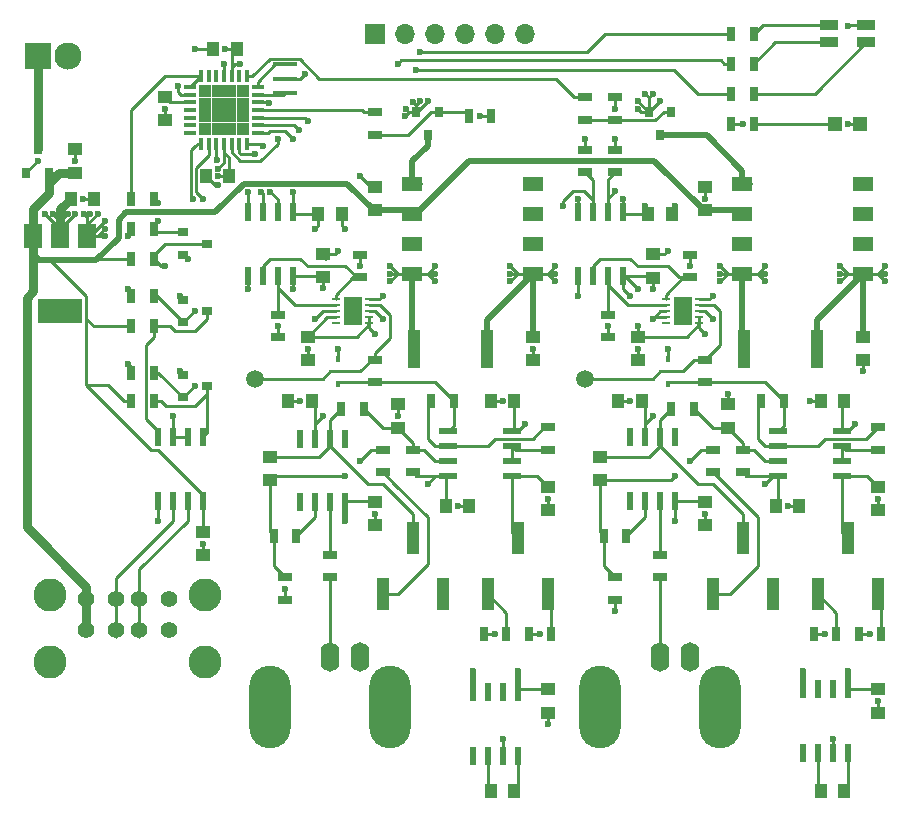
<source format=gtl>
G04 #@! TF.GenerationSoftware,KiCad,Pcbnew,5.0.0-fee4fd1~66~ubuntu18.04.1*
G04 #@! TF.CreationDate,2018-09-30T17:11:51-04:00*
G04 #@! TF.ProjectId,pH-ORP-Card,70482D4F52502D436172642E6B696361,rev?*
G04 #@! TF.SameCoordinates,Original*
G04 #@! TF.FileFunction,Copper,L1,Top,Signal*
G04 #@! TF.FilePolarity,Positive*
%FSLAX46Y46*%
G04 Gerber Fmt 4.6, Leading zero omitted, Abs format (unit mm)*
G04 Created by KiCad (PCBNEW 5.0.0-fee4fd1~66~ubuntu18.04.1) date Sun Sep 30 17:11:51 2018*
%MOMM*%
%LPD*%
G01*
G04 APERTURE LIST*
G04 #@! TA.AperFunction,SMDPad,CuDef*
%ADD10R,1.300000X0.700000*%
G04 #@! TD*
G04 #@! TA.AperFunction,SMDPad,CuDef*
%ADD11R,1.000000X1.250000*%
G04 #@! TD*
G04 #@! TA.AperFunction,SMDPad,CuDef*
%ADD12R,0.800000X0.900000*%
G04 #@! TD*
G04 #@! TA.AperFunction,SMDPad,CuDef*
%ADD13R,1.250000X1.000000*%
G04 #@! TD*
G04 #@! TA.AperFunction,SMDPad,CuDef*
%ADD14R,0.450000X0.590000*%
G04 #@! TD*
G04 #@! TA.AperFunction,SMDPad,CuDef*
%ADD15R,1.198880X1.198880*%
G04 #@! TD*
G04 #@! TA.AperFunction,SMDPad,CuDef*
%ADD16R,0.700000X1.300000*%
G04 #@! TD*
G04 #@! TA.AperFunction,SMDPad,CuDef*
%ADD17R,0.600000X1.550000*%
G04 #@! TD*
G04 #@! TA.AperFunction,SMDPad,CuDef*
%ADD18R,1.550000X0.600000*%
G04 #@! TD*
G04 #@! TA.AperFunction,SMDPad,CuDef*
%ADD19R,1.500000X0.900000*%
G04 #@! TD*
G04 #@! TA.AperFunction,SMDPad,CuDef*
%ADD20R,1.000000X0.370000*%
G04 #@! TD*
G04 #@! TA.AperFunction,SMDPad,CuDef*
%ADD21R,0.370000X1.000000*%
G04 #@! TD*
G04 #@! TA.AperFunction,SMDPad,CuDef*
%ADD22R,1.062500X1.062500*%
G04 #@! TD*
G04 #@! TA.AperFunction,SMDPad,CuDef*
%ADD23R,1.800000X1.200000*%
G04 #@! TD*
G04 #@! TA.AperFunction,SMDPad,CuDef*
%ADD24R,0.900000X0.800000*%
G04 #@! TD*
G04 #@! TA.AperFunction,SMDPad,CuDef*
%ADD25R,1.000000X3.200000*%
G04 #@! TD*
G04 #@! TA.AperFunction,SMDPad,CuDef*
%ADD26R,1.016000X2.794000*%
G04 #@! TD*
G04 #@! TA.AperFunction,SMDPad,CuDef*
%ADD27R,3.800000X2.000000*%
G04 #@! TD*
G04 #@! TA.AperFunction,SMDPad,CuDef*
%ADD28R,1.500000X2.000000*%
G04 #@! TD*
G04 #@! TA.AperFunction,SMDPad,CuDef*
%ADD29R,0.700000X0.250000*%
G04 #@! TD*
G04 #@! TA.AperFunction,SMDPad,CuDef*
%ADD30R,1.650000X2.380000*%
G04 #@! TD*
G04 #@! TA.AperFunction,SMDPad,CuDef*
%ADD31R,2.000000X0.400000*%
G04 #@! TD*
G04 #@! TA.AperFunction,ComponentPad*
%ADD32R,1.700000X1.700000*%
G04 #@! TD*
G04 #@! TA.AperFunction,ComponentPad*
%ADD33O,1.700000X1.700000*%
G04 #@! TD*
G04 #@! TA.AperFunction,ComponentPad*
%ADD34C,1.420000*%
G04 #@! TD*
G04 #@! TA.AperFunction,ComponentPad*
%ADD35C,2.800000*%
G04 #@! TD*
G04 #@! TA.AperFunction,ComponentPad*
%ADD36R,2.300000X2.300000*%
G04 #@! TD*
G04 #@! TA.AperFunction,ComponentPad*
%ADD37C,2.300000*%
G04 #@! TD*
G04 #@! TA.AperFunction,ComponentPad*
%ADD38O,3.500120X7.000240*%
G04 #@! TD*
G04 #@! TA.AperFunction,ComponentPad*
%ADD39O,1.600200X2.499360*%
G04 #@! TD*
G04 #@! TA.AperFunction,BGAPad,CuDef*
%ADD40C,1.500000*%
G04 #@! TD*
G04 #@! TA.AperFunction,ViaPad*
%ADD41C,0.600000*%
G04 #@! TD*
G04 #@! TA.AperFunction,Conductor*
%ADD42C,0.762000*%
G04 #@! TD*
G04 #@! TA.AperFunction,Conductor*
%ADD43C,0.508000*%
G04 #@! TD*
G04 #@! TA.AperFunction,Conductor*
%ADD44C,0.254000*%
G04 #@! TD*
G04 APERTURE END LIST*
D10*
G04 #@! TO.P,R14,1*
G04 #@! TO.N,Net-(P4-Pad1)*
X29845000Y21275000D03*
G04 #@! TO.P,R14,2*
G04 #@! TO.N,Net-(R14-Pad2)*
X29845000Y23175000D03*
G04 #@! TD*
D11*
G04 #@! TO.P,C5,1*
G04 #@! TO.N,+3V3*
X7890000Y53340000D03*
G04 #@! TO.P,C5,2*
G04 #@! TO.N,GND*
X9890000Y53340000D03*
G04 #@! TD*
D12*
G04 #@! TO.P,Q5,1*
G04 #@! TO.N,Net-(Q5-Pad1)*
X39050000Y60690000D03*
G04 #@! TO.P,Q5,2*
G04 #@! TO.N,GND*
X37150000Y60690000D03*
G04 #@! TO.P,Q5,3*
G04 #@! TO.N,Net-(C18-Pad2)*
X38100000Y58690000D03*
G04 #@! TD*
D13*
G04 #@! TO.P,C4,1*
G04 #@! TO.N,+5V*
X8255000Y55515000D03*
G04 #@! TO.P,C4,2*
G04 #@! TO.N,GND*
X8255000Y57515000D03*
G04 #@! TD*
D14*
G04 #@! TO.P,D3,1*
G04 #@! TO.N,Net-(D3-Pad1)*
X30480000Y37680000D03*
G04 #@! TO.P,D3,2*
G04 #@! TO.N,GNDD*
X30480000Y39790000D03*
G04 #@! TD*
D11*
G04 #@! TO.P,C1,1*
G04 #@! TO.N,+3V3*
X21955000Y66040000D03*
G04 #@! TO.P,C1,2*
G04 #@! TO.N,GND*
X19955000Y66040000D03*
G04 #@! TD*
D13*
G04 #@! TO.P,C3,1*
G04 #@! TO.N,Net-(C3-Pad1)*
X15875000Y61960000D03*
G04 #@! TO.P,C3,2*
G04 #@! TO.N,GND*
X15875000Y59960000D03*
G04 #@! TD*
G04 #@! TO.P,C6,1*
G04 #@! TO.N,+5V*
X19050000Y25130000D03*
G04 #@! TO.P,C6,2*
G04 #@! TO.N,GND*
X19050000Y23130000D03*
G04 #@! TD*
D11*
G04 #@! TO.P,C7,1*
G04 #@! TO.N,+5VD*
X28305000Y36195000D03*
G04 #@! TO.P,C7,2*
G04 #@! TO.N,GNDD*
X26305000Y36195000D03*
G04 #@! TD*
D13*
G04 #@! TO.P,C8,1*
G04 #@! TO.N,Net-(C8-Pad1)*
X24765000Y29480000D03*
G04 #@! TO.P,C8,2*
G04 #@! TO.N,Net-(C8-Pad2)*
X24765000Y31480000D03*
G04 #@! TD*
G04 #@! TO.P,C9,1*
G04 #@! TO.N,GNDD*
X33655000Y25670000D03*
G04 #@! TO.P,C9,2*
G04 #@! TO.N,-5V*
X33655000Y27670000D03*
G04 #@! TD*
D11*
G04 #@! TO.P,C10,1*
G04 #@! TO.N,+5VD*
X45450000Y36195000D03*
G04 #@! TO.P,C10,2*
G04 #@! TO.N,GNDD*
X43450000Y36195000D03*
G04 #@! TD*
D13*
G04 #@! TO.P,C11,1*
G04 #@! TO.N,Net-(C11-Pad1)*
X35560000Y33925000D03*
G04 #@! TO.P,C11,2*
G04 #@! TO.N,-5V*
X35560000Y35925000D03*
G04 #@! TD*
D11*
G04 #@! TO.P,C12,1*
G04 #@! TO.N,GNDD*
X41640000Y27305000D03*
G04 #@! TO.P,C12,2*
G04 #@! TO.N,-5V*
X39640000Y27305000D03*
G04 #@! TD*
D13*
G04 #@! TO.P,C13,1*
G04 #@! TO.N,GNDD*
X48260000Y26940000D03*
G04 #@! TO.P,C13,2*
G04 #@! TO.N,Net-(C13-Pad2)*
X48260000Y28940000D03*
G04 #@! TD*
G04 #@! TO.P,C14,1*
G04 #@! TO.N,+5VD*
X27940000Y41640000D03*
G04 #@! TO.P,C14,2*
G04 #@! TO.N,GNDD*
X27940000Y39640000D03*
G04 #@! TD*
G04 #@! TO.P,C15,1*
G04 #@! TO.N,+5VD*
X29210000Y46675000D03*
G04 #@! TO.P,C15,2*
G04 #@! TO.N,GNDD*
X29210000Y48675000D03*
G04 #@! TD*
D11*
G04 #@! TO.P,C16,1*
G04 #@! TO.N,+3V3*
X28845000Y52070000D03*
G04 #@! TO.P,C16,2*
G04 #@! TO.N,GND*
X30845000Y52070000D03*
G04 #@! TD*
G04 #@! TO.P,C17,1*
G04 #@! TO.N,Net-(C17-Pad1)*
X43450000Y3175000D03*
G04 #@! TO.P,C17,2*
G04 #@! TO.N,Net-(C17-Pad2)*
X45450000Y3175000D03*
G04 #@! TD*
D13*
G04 #@! TO.P,C18,1*
G04 #@! TO.N,+5V*
X33655000Y52340000D03*
G04 #@! TO.P,C18,2*
G04 #@! TO.N,GND*
X33655000Y54340000D03*
G04 #@! TD*
G04 #@! TO.P,C19,1*
G04 #@! TO.N,+5VD*
X46990000Y41640000D03*
G04 #@! TO.P,C19,2*
G04 #@! TO.N,GNDD*
X46990000Y39640000D03*
G04 #@! TD*
G04 #@! TO.P,C20,1*
G04 #@! TO.N,GNDD*
X48260000Y9795000D03*
G04 #@! TO.P,C20,2*
G04 #@! TO.N,-5V*
X48260000Y11795000D03*
G04 #@! TD*
D11*
G04 #@! TO.P,C21,1*
G04 #@! TO.N,+5VA*
X56245000Y36195000D03*
G04 #@! TO.P,C21,2*
G04 #@! TO.N,GNDA*
X54245000Y36195000D03*
G04 #@! TD*
D13*
G04 #@! TO.P,C22,1*
G04 #@! TO.N,Net-(C22-Pad1)*
X52705000Y29480000D03*
G04 #@! TO.P,C22,2*
G04 #@! TO.N,Net-(C22-Pad2)*
X52705000Y31480000D03*
G04 #@! TD*
G04 #@! TO.P,C23,1*
G04 #@! TO.N,GNDA*
X61595000Y25670000D03*
G04 #@! TO.P,C23,2*
G04 #@! TO.N,-5VA*
X61595000Y27670000D03*
G04 #@! TD*
D11*
G04 #@! TO.P,C24,1*
G04 #@! TO.N,+5VA*
X73390000Y36195000D03*
G04 #@! TO.P,C24,2*
G04 #@! TO.N,GNDA*
X71390000Y36195000D03*
G04 #@! TD*
D13*
G04 #@! TO.P,C25,1*
G04 #@! TO.N,Net-(C25-Pad1)*
X63500000Y33925000D03*
G04 #@! TO.P,C25,2*
G04 #@! TO.N,-5VA*
X63500000Y35925000D03*
G04 #@! TD*
D11*
G04 #@! TO.P,C26,1*
G04 #@! TO.N,GNDA*
X69580000Y27305000D03*
G04 #@! TO.P,C26,2*
G04 #@! TO.N,-5VA*
X67580000Y27305000D03*
G04 #@! TD*
D13*
G04 #@! TO.P,C27,1*
G04 #@! TO.N,GNDA*
X76200000Y26940000D03*
G04 #@! TO.P,C27,2*
G04 #@! TO.N,Net-(C27-Pad2)*
X76200000Y28940000D03*
G04 #@! TD*
G04 #@! TO.P,C28,1*
G04 #@! TO.N,+5VA*
X55880000Y41640000D03*
G04 #@! TO.P,C28,2*
G04 #@! TO.N,GNDA*
X55880000Y39640000D03*
G04 #@! TD*
G04 #@! TO.P,C29,1*
G04 #@! TO.N,+5VA*
X57150000Y46625000D03*
G04 #@! TO.P,C29,2*
G04 #@! TO.N,GNDA*
X57150000Y48625000D03*
G04 #@! TD*
D11*
G04 #@! TO.P,C30,1*
G04 #@! TO.N,+3V3*
X56785000Y52070000D03*
G04 #@! TO.P,C30,2*
G04 #@! TO.N,GND*
X58785000Y52070000D03*
G04 #@! TD*
G04 #@! TO.P,C31,1*
G04 #@! TO.N,Net-(C31-Pad1)*
X71390000Y3175000D03*
G04 #@! TO.P,C31,2*
G04 #@! TO.N,Net-(C31-Pad2)*
X73390000Y3175000D03*
G04 #@! TD*
D15*
G04 #@! TO.P,D2,2*
G04 #@! TO.N,Net-(D2-Pad2)*
X72610980Y59690000D03*
G04 #@! TO.P,D2,1*
G04 #@! TO.N,GND*
X74709020Y59690000D03*
G04 #@! TD*
D10*
G04 #@! TO.P,R1,1*
G04 #@! TO.N,+3V3*
X53975000Y57465000D03*
G04 #@! TO.P,R1,2*
G04 #@! TO.N,/SDA*
X53975000Y55565000D03*
G04 #@! TD*
G04 #@! TO.P,R2,1*
G04 #@! TO.N,+3V3*
X51435000Y57465000D03*
G04 #@! TO.P,R2,2*
G04 #@! TO.N,/SCL*
X51435000Y55565000D03*
G04 #@! TD*
D16*
G04 #@! TO.P,R3,1*
G04 #@! TO.N,Net-(D1-Pad1)*
X65720000Y64770000D03*
G04 #@! TO.P,R3,2*
G04 #@! TO.N,/LED_G*
X63820000Y64770000D03*
G04 #@! TD*
G04 #@! TO.P,R4,1*
G04 #@! TO.N,Net-(D1-Pad2)*
X65720000Y62230000D03*
G04 #@! TO.P,R4,2*
G04 #@! TO.N,/LED_Y*
X63820000Y62230000D03*
G04 #@! TD*
G04 #@! TO.P,R5,1*
G04 #@! TO.N,Net-(D1-Pad3)*
X65720000Y67310000D03*
G04 #@! TO.P,R5,2*
G04 #@! TO.N,/LED_R*
X63820000Y67310000D03*
G04 #@! TD*
G04 #@! TO.P,R6,1*
G04 #@! TO.N,Net-(Q1-Pad1)*
X14920000Y53340000D03*
G04 #@! TO.P,R6,2*
G04 #@! TO.N,//RTS*
X13020000Y53340000D03*
G04 #@! TD*
G04 #@! TO.P,R7,1*
G04 #@! TO.N,Net-(Q1-Pad1)*
X14920000Y50800000D03*
G04 #@! TO.P,R7,2*
G04 #@! TO.N,GND*
X13020000Y50800000D03*
G04 #@! TD*
G04 #@! TO.P,R8,1*
G04 #@! TO.N,+5V*
X13020000Y48260000D03*
G04 #@! TO.P,R8,2*
G04 #@! TO.N,/RTS*
X14920000Y48260000D03*
G04 #@! TD*
G04 #@! TO.P,R9,1*
G04 #@! TO.N,+3V3*
X13020000Y45085000D03*
G04 #@! TO.P,R9,2*
G04 #@! TO.N,/TX_LV*
X14920000Y45085000D03*
G04 #@! TD*
G04 #@! TO.P,R11,1*
G04 #@! TO.N,+5V*
X13020000Y42545000D03*
G04 #@! TO.P,R11,2*
G04 #@! TO.N,/TX*
X14920000Y42545000D03*
G04 #@! TD*
G04 #@! TO.P,R12,1*
G04 #@! TO.N,+5V*
X13020000Y36195000D03*
G04 #@! TO.P,R12,2*
G04 #@! TO.N,/RX*
X14920000Y36195000D03*
G04 #@! TD*
G04 #@! TO.P,R13,1*
G04 #@! TO.N,+3V3*
X63820000Y59690000D03*
G04 #@! TO.P,R13,2*
G04 #@! TO.N,Net-(D2-Pad2)*
X65720000Y59690000D03*
G04 #@! TD*
G04 #@! TO.P,R15,1*
G04 #@! TO.N,Net-(R15-Pad1)*
X26985000Y24765000D03*
G04 #@! TO.P,R15,2*
G04 #@! TO.N,Net-(C8-Pad1)*
X25085000Y24765000D03*
G04 #@! TD*
D10*
G04 #@! TO.P,R16,1*
G04 #@! TO.N,Net-(C8-Pad1)*
X26035000Y21270000D03*
G04 #@! TO.P,R16,2*
G04 #@! TO.N,GNDD*
X26035000Y19370000D03*
G04 #@! TD*
G04 #@! TO.P,R17,1*
G04 #@! TO.N,Net-(C8-Pad1)*
X34290000Y32065000D03*
G04 #@! TO.P,R17,2*
G04 #@! TO.N,Net-(R17-Pad2)*
X34290000Y30165000D03*
G04 #@! TD*
D16*
G04 #@! TO.P,R18,1*
G04 #@! TO.N,Net-(C8-Pad2)*
X30800000Y35560000D03*
G04 #@! TO.P,R18,2*
G04 #@! TO.N,Net-(C11-Pad1)*
X32700000Y35560000D03*
G04 #@! TD*
D10*
G04 #@! TO.P,R19,1*
G04 #@! TO.N,Net-(C11-Pad1)*
X36830000Y32065000D03*
G04 #@! TO.P,R19,2*
G04 #@! TO.N,-5V*
X36830000Y30165000D03*
G04 #@! TD*
G04 #@! TO.P,R20,1*
G04 #@! TO.N,Net-(R20-Pad1)*
X48260000Y33970000D03*
G04 #@! TO.P,R20,2*
G04 #@! TO.N,Net-(R20-Pad2)*
X48260000Y32070000D03*
G04 #@! TD*
D16*
G04 #@! TO.P,R21,1*
G04 #@! TO.N,Net-(R20-Pad1)*
X38420000Y36195000D03*
G04 #@! TO.P,R21,2*
G04 #@! TO.N,Net-(D3-Pad1)*
X40320000Y36195000D03*
G04 #@! TD*
D10*
G04 #@! TO.P,R22,1*
G04 #@! TO.N,Net-(D3-Pad1)*
X33655000Y37785000D03*
G04 #@! TO.P,R22,2*
G04 #@! TO.N,/A_pH*
X33655000Y39685000D03*
G04 #@! TD*
D16*
G04 #@! TO.P,R23,1*
G04 #@! TO.N,GNDD*
X46675000Y16510000D03*
G04 #@! TO.P,R23,2*
G04 #@! TO.N,Net-(R23-Pad2)*
X48575000Y16510000D03*
G04 #@! TD*
D10*
G04 #@! TO.P,R25,1*
G04 #@! TO.N,+5VD*
X32385000Y48575000D03*
G04 #@! TO.P,R25,2*
G04 #@! TO.N,Net-(R25-Pad2)*
X32385000Y46675000D03*
G04 #@! TD*
G04 #@! TO.P,R26,1*
G04 #@! TO.N,+5VD*
X25400000Y41595000D03*
G04 #@! TO.P,R26,2*
G04 #@! TO.N,Net-(R26-Pad2)*
X25400000Y43495000D03*
G04 #@! TD*
G04 #@! TO.P,R28,1*
G04 #@! TO.N,Net-(P5-Pad1)*
X57785000Y21275000D03*
G04 #@! TO.P,R28,2*
G04 #@! TO.N,Net-(R28-Pad2)*
X57785000Y23175000D03*
G04 #@! TD*
D16*
G04 #@! TO.P,R29,1*
G04 #@! TO.N,Net-(R29-Pad1)*
X54925000Y24765000D03*
G04 #@! TO.P,R29,2*
G04 #@! TO.N,Net-(C22-Pad1)*
X53025000Y24765000D03*
G04 #@! TD*
D10*
G04 #@! TO.P,R30,1*
G04 #@! TO.N,Net-(C22-Pad1)*
X53975000Y21270000D03*
G04 #@! TO.P,R30,2*
G04 #@! TO.N,GNDA*
X53975000Y19370000D03*
G04 #@! TD*
G04 #@! TO.P,R31,1*
G04 #@! TO.N,Net-(C22-Pad1)*
X62230000Y32065000D03*
G04 #@! TO.P,R31,2*
G04 #@! TO.N,Net-(R31-Pad2)*
X62230000Y30165000D03*
G04 #@! TD*
D16*
G04 #@! TO.P,R32,1*
G04 #@! TO.N,Net-(C22-Pad2)*
X58740000Y35560000D03*
G04 #@! TO.P,R32,2*
G04 #@! TO.N,Net-(C25-Pad1)*
X60640000Y35560000D03*
G04 #@! TD*
D10*
G04 #@! TO.P,R33,1*
G04 #@! TO.N,Net-(C25-Pad1)*
X64770000Y32065000D03*
G04 #@! TO.P,R33,2*
G04 #@! TO.N,-5VA*
X64770000Y30165000D03*
G04 #@! TD*
G04 #@! TO.P,R34,1*
G04 #@! TO.N,Net-(R34-Pad1)*
X76200000Y33970000D03*
G04 #@! TO.P,R34,2*
G04 #@! TO.N,Net-(R34-Pad2)*
X76200000Y32070000D03*
G04 #@! TD*
D17*
G04 #@! TO.P,U2,1*
G04 #@! TO.N,/RX*
X19050000Y33180000D03*
G04 #@! TO.P,U2,2*
G04 #@! TO.N,/RTS*
X17780000Y33180000D03*
G04 #@! TO.P,U2,3*
X16510000Y33180000D03*
G04 #@! TO.P,U2,4*
G04 #@! TO.N,/TX*
X15240000Y33180000D03*
G04 #@! TO.P,U2,5*
G04 #@! TO.N,GND*
X15240000Y27780000D03*
G04 #@! TO.P,U2,6*
G04 #@! TO.N,/A*
X16510000Y27780000D03*
G04 #@! TO.P,U2,7*
G04 #@! TO.N,/B*
X17780000Y27780000D03*
G04 #@! TO.P,U2,8*
G04 #@! TO.N,+5V*
X19050000Y27780000D03*
G04 #@! TD*
G04 #@! TO.P,U3,1*
G04 #@! TO.N,Net-(U3-Pad1)*
X27305000Y27620000D03*
G04 #@! TO.P,U3,2*
G04 #@! TO.N,Net-(R15-Pad1)*
X28575000Y27620000D03*
G04 #@! TO.P,U3,3*
G04 #@! TO.N,Net-(R14-Pad2)*
X29845000Y27620000D03*
G04 #@! TO.P,U3,4*
G04 #@! TO.N,-5V*
X31115000Y27620000D03*
G04 #@! TO.P,U3,5*
G04 #@! TO.N,Net-(U3-Pad5)*
X31115000Y33020000D03*
G04 #@! TO.P,U3,6*
G04 #@! TO.N,Net-(C8-Pad2)*
X29845000Y33020000D03*
G04 #@! TO.P,U3,7*
G04 #@! TO.N,+5VD*
X28575000Y33020000D03*
G04 #@! TO.P,U3,8*
G04 #@! TO.N,Net-(U3-Pad8)*
X27305000Y33020000D03*
G04 #@! TD*
D18*
G04 #@! TO.P,U4,1*
G04 #@! TO.N,Net-(D3-Pad1)*
X39845000Y33655000D03*
G04 #@! TO.P,U4,2*
G04 #@! TO.N,Net-(R20-Pad1)*
X39845000Y32385000D03*
G04 #@! TO.P,U4,3*
G04 #@! TO.N,Net-(C11-Pad1)*
X39845000Y31115000D03*
G04 #@! TO.P,U4,4*
G04 #@! TO.N,-5V*
X39845000Y29845000D03*
G04 #@! TO.P,U4,5*
G04 #@! TO.N,Net-(C13-Pad2)*
X45245000Y29845000D03*
G04 #@! TO.P,U4,6*
G04 #@! TO.N,Net-(R20-Pad2)*
X45245000Y31115000D03*
G04 #@! TO.P,U4,7*
X45245000Y32385000D03*
G04 #@! TO.P,U4,8*
G04 #@! TO.N,+5VD*
X45245000Y33655000D03*
G04 #@! TD*
D17*
G04 #@! TO.P,U6,1*
G04 #@! TO.N,+3V3*
X26670000Y52230000D03*
G04 #@! TO.P,U6,2*
G04 #@! TO.N,/SDA*
X25400000Y52230000D03*
G04 #@! TO.P,U6,3*
G04 #@! TO.N,/SCL*
X24130000Y52230000D03*
G04 #@! TO.P,U6,4*
G04 #@! TO.N,GND*
X22860000Y52230000D03*
G04 #@! TO.P,U6,5*
G04 #@! TO.N,GNDD*
X22860000Y46830000D03*
G04 #@! TO.P,U6,6*
G04 #@! TO.N,Net-(R25-Pad2)*
X24130000Y46830000D03*
G04 #@! TO.P,U6,7*
G04 #@! TO.N,Net-(R26-Pad2)*
X25400000Y46830000D03*
G04 #@! TO.P,U6,8*
G04 #@! TO.N,+5VD*
X26670000Y46830000D03*
G04 #@! TD*
G04 #@! TO.P,U7,1*
G04 #@! TO.N,Net-(U7-Pad1)*
X41910000Y6190000D03*
G04 #@! TO.P,U7,2*
G04 #@! TO.N,Net-(C17-Pad1)*
X43180000Y6190000D03*
G04 #@! TO.P,U7,3*
G04 #@! TO.N,GNDD*
X44450000Y6190000D03*
G04 #@! TO.P,U7,4*
G04 #@! TO.N,Net-(C17-Pad2)*
X45720000Y6190000D03*
G04 #@! TO.P,U7,5*
G04 #@! TO.N,-5V*
X45720000Y11590000D03*
G04 #@! TO.P,U7,6*
G04 #@! TO.N,Net-(U7-Pad6)*
X44450000Y11590000D03*
G04 #@! TO.P,U7,7*
G04 #@! TO.N,Net-(U7-Pad7)*
X43180000Y11590000D03*
G04 #@! TO.P,U7,8*
G04 #@! TO.N,+5VD*
X41910000Y11590000D03*
G04 #@! TD*
G04 #@! TO.P,U8,1*
G04 #@! TO.N,Net-(U8-Pad1)*
X55245000Y27780000D03*
G04 #@! TO.P,U8,2*
G04 #@! TO.N,Net-(R29-Pad1)*
X56515000Y27780000D03*
G04 #@! TO.P,U8,3*
G04 #@! TO.N,Net-(R28-Pad2)*
X57785000Y27780000D03*
G04 #@! TO.P,U8,4*
G04 #@! TO.N,-5VA*
X59055000Y27780000D03*
G04 #@! TO.P,U8,5*
G04 #@! TO.N,Net-(U8-Pad5)*
X59055000Y33180000D03*
G04 #@! TO.P,U8,6*
G04 #@! TO.N,Net-(C22-Pad2)*
X57785000Y33180000D03*
G04 #@! TO.P,U8,7*
G04 #@! TO.N,+5VA*
X56515000Y33180000D03*
G04 #@! TO.P,U8,8*
G04 #@! TO.N,Net-(U8-Pad8)*
X55245000Y33180000D03*
G04 #@! TD*
D18*
G04 #@! TO.P,U9,1*
G04 #@! TO.N,Net-(D4-Pad1)*
X67785000Y33655000D03*
G04 #@! TO.P,U9,2*
G04 #@! TO.N,Net-(R34-Pad1)*
X67785000Y32385000D03*
G04 #@! TO.P,U9,3*
G04 #@! TO.N,Net-(C25-Pad1)*
X67785000Y31115000D03*
G04 #@! TO.P,U9,4*
G04 #@! TO.N,-5VA*
X67785000Y29845000D03*
G04 #@! TO.P,U9,5*
G04 #@! TO.N,Net-(C27-Pad2)*
X73185000Y29845000D03*
G04 #@! TO.P,U9,6*
G04 #@! TO.N,Net-(R34-Pad2)*
X73185000Y31115000D03*
G04 #@! TO.P,U9,7*
X73185000Y32385000D03*
G04 #@! TO.P,U9,8*
G04 #@! TO.N,+5VA*
X73185000Y33655000D03*
G04 #@! TD*
D17*
G04 #@! TO.P,U11,1*
G04 #@! TO.N,+3V3*
X54610000Y52230000D03*
G04 #@! TO.P,U11,2*
G04 #@! TO.N,/SDA*
X53340000Y52230000D03*
G04 #@! TO.P,U11,3*
G04 #@! TO.N,/SCL*
X52070000Y52230000D03*
G04 #@! TO.P,U11,4*
G04 #@! TO.N,GND*
X50800000Y52230000D03*
G04 #@! TO.P,U11,5*
G04 #@! TO.N,GNDA*
X50800000Y46830000D03*
G04 #@! TO.P,U11,6*
G04 #@! TO.N,Net-(R39-Pad2)*
X52070000Y46830000D03*
G04 #@! TO.P,U11,7*
G04 #@! TO.N,Net-(R40-Pad2)*
X53340000Y46830000D03*
G04 #@! TO.P,U11,8*
G04 #@! TO.N,+5VA*
X54610000Y46830000D03*
G04 #@! TD*
D14*
G04 #@! TO.P,D4,1*
G04 #@! TO.N,Net-(D4-Pad1)*
X58420000Y37680000D03*
G04 #@! TO.P,D4,2*
G04 #@! TO.N,GNDA*
X58420000Y39790000D03*
G04 #@! TD*
D11*
G04 #@! TO.P,C2,1*
G04 #@! TO.N,+3V3*
X21320000Y55245000D03*
G04 #@! TO.P,C2,2*
G04 #@! TO.N,GND*
X19320000Y55245000D03*
G04 #@! TD*
D13*
G04 #@! TO.P,C32,1*
G04 #@! TO.N,+5V*
X61595000Y52340000D03*
G04 #@! TO.P,C32,2*
G04 #@! TO.N,GND*
X61595000Y54340000D03*
G04 #@! TD*
G04 #@! TO.P,C33,1*
G04 #@! TO.N,+5VA*
X74930000Y41640000D03*
G04 #@! TO.P,C33,2*
G04 #@! TO.N,GNDA*
X74930000Y39640000D03*
G04 #@! TD*
G04 #@! TO.P,C34,1*
G04 #@! TO.N,GNDA*
X76200000Y9795000D03*
G04 #@! TO.P,C34,2*
G04 #@! TO.N,-5VA*
X76200000Y11795000D03*
G04 #@! TD*
D19*
G04 #@! TO.P,D1,2*
G04 #@! TO.N,Net-(D1-Pad2)*
X75210000Y66560000D03*
G04 #@! TO.P,D1,4*
G04 #@! TO.N,+3V3*
X75210000Y68060000D03*
G04 #@! TO.P,D1,3*
G04 #@! TO.N,Net-(D1-Pad3)*
X72110000Y68060000D03*
G04 #@! TO.P,D1,1*
G04 #@! TO.N,Net-(D1-Pad1)*
X72110000Y66560000D03*
G04 #@! TD*
D20*
G04 #@! TO.P,IC1,1*
G04 #@! TO.N,/LED_Y*
X23701250Y58906250D03*
G04 #@! TO.P,IC1,2*
G04 #@! TO.N,/LED_G*
X23701250Y59556250D03*
G04 #@! TO.P,IC1,3*
G04 #@! TO.N,/LED_R*
X23701250Y60206250D03*
G04 #@! TO.P,IC1,4*
G04 #@! TO.N,/En_pH*
X23701250Y60856250D03*
G04 #@! TO.P,IC1,5*
G04 #@! TO.N,GND*
X23701250Y61506250D03*
G04 #@! TO.P,IC1,6*
G04 #@! TO.N,Net-(IC1-Pad6)*
X23701250Y62156250D03*
G04 #@! TO.P,IC1,7*
G04 #@! TO.N,Net-(IC1-Pad7)*
X23701250Y62806250D03*
D21*
G04 #@! TO.P,IC1,8*
G04 #@! TO.N,/En_pH/ORP*
X22801250Y63706250D03*
G04 #@! TO.P,IC1,9*
G04 #@! TO.N,Net-(IC1-Pad9)*
X22151250Y63706250D03*
G04 #@! TO.P,IC1,10*
G04 #@! TO.N,+3V3*
X21501250Y63706250D03*
G04 #@! TO.P,IC1,11*
G04 #@! TO.N,/SDA*
X20851250Y63706250D03*
G04 #@! TO.P,IC1,12*
G04 #@! TO.N,Net-(IC1-Pad12)*
X20201250Y63706250D03*
G04 #@! TO.P,IC1,13*
G04 #@! TO.N,Net-(IC1-Pad13)*
X19551250Y63706250D03*
G04 #@! TO.P,IC1,14*
G04 #@! TO.N,//RTS*
X18901250Y63706250D03*
D20*
G04 #@! TO.P,IC1,15*
X18001250Y62806250D03*
G04 #@! TO.P,IC1,16*
G04 #@! TO.N,/SCL*
X18001250Y62156250D03*
G04 #@! TO.P,IC1,17*
G04 #@! TO.N,Net-(C3-Pad1)*
X18001250Y61506250D03*
G04 #@! TO.P,IC1,18*
G04 #@! TO.N,Net-(IC1-Pad18)*
X18001250Y60856250D03*
G04 #@! TO.P,IC1,19*
G04 #@! TO.N,Net-(IC1-Pad19)*
X18001250Y60206250D03*
G04 #@! TO.P,IC1,20*
G04 #@! TO.N,Net-(IC1-Pad20)*
X18001250Y59556250D03*
G04 #@! TO.P,IC1,21*
G04 #@! TO.N,Net-(IC1-Pad21)*
X18001250Y58906250D03*
D21*
G04 #@! TO.P,IC1,22*
G04 #@! TO.N,/TX_LV*
X18901250Y58006250D03*
G04 #@! TO.P,IC1,23*
G04 #@! TO.N,/RX_LV*
X19551250Y58006250D03*
G04 #@! TO.P,IC1,24*
G04 #@! TO.N,GND*
X20201250Y58006250D03*
G04 #@! TO.P,IC1,25*
G04 #@! TO.N,+3V3*
X20851250Y58006250D03*
G04 #@! TO.P,IC1,26*
G04 #@! TO.N,//MCLR*
X21501250Y58006250D03*
G04 #@! TO.P,IC1,27*
G04 #@! TO.N,/PGC*
X22151250Y58006250D03*
G04 #@! TO.P,IC1,28*
G04 #@! TO.N,/PGD*
X22801250Y58006250D03*
D22*
G04 #@! TO.P,IC1,29*
G04 #@! TO.N,N/C*
X19257500Y62450000D03*
X19257500Y61387500D03*
X19257500Y60325000D03*
X19257500Y59262500D03*
X20320000Y62450000D03*
X20320000Y61387500D03*
X20320000Y60325000D03*
X20320000Y59262500D03*
X21382500Y62450000D03*
X21382500Y61387500D03*
X21382500Y60325000D03*
X21382500Y59262500D03*
X22445000Y62450000D03*
X22445000Y61387500D03*
X22445000Y60325000D03*
X22445000Y59262500D03*
G04 #@! TD*
D23*
G04 #@! TO.P,PS1,1*
G04 #@! TO.N,Net-(C18-Pad2)*
X36810000Y54610000D03*
G04 #@! TO.P,PS1,2*
G04 #@! TO.N,+5V*
X36810000Y52070000D03*
G04 #@! TO.P,PS1,3*
G04 #@! TO.N,Net-(PS1-Pad3)*
X36810000Y49530000D03*
G04 #@! TO.P,PS1,4*
G04 #@! TO.N,GNDD*
X36810000Y46990000D03*
G04 #@! TO.P,PS1,5*
G04 #@! TO.N,+5VD*
X47010000Y46990000D03*
G04 #@! TO.P,PS1,6*
G04 #@! TO.N,Net-(PS1-Pad6)*
X47010000Y49530000D03*
G04 #@! TO.P,PS1,7*
G04 #@! TO.N,Net-(PS1-Pad7)*
X47010000Y52070000D03*
G04 #@! TO.P,PS1,8*
G04 #@! TO.N,Net-(PS1-Pad8)*
X47010000Y54610000D03*
G04 #@! TD*
G04 #@! TO.P,PS2,1*
G04 #@! TO.N,Net-(C32-Pad2)*
X64750000Y54610000D03*
G04 #@! TO.P,PS2,2*
G04 #@! TO.N,+5V*
X64750000Y52070000D03*
G04 #@! TO.P,PS2,3*
G04 #@! TO.N,Net-(PS2-Pad3)*
X64750000Y49530000D03*
G04 #@! TO.P,PS2,4*
G04 #@! TO.N,GNDA*
X64750000Y46990000D03*
G04 #@! TO.P,PS2,5*
G04 #@! TO.N,+5VA*
X74950000Y46990000D03*
G04 #@! TO.P,PS2,6*
G04 #@! TO.N,Net-(PS2-Pad6)*
X74950000Y49530000D03*
G04 #@! TO.P,PS2,7*
G04 #@! TO.N,Net-(PS2-Pad7)*
X74950000Y52070000D03*
G04 #@! TO.P,PS2,8*
G04 #@! TO.N,Net-(PS2-Pad8)*
X74950000Y54610000D03*
G04 #@! TD*
D24*
G04 #@! TO.P,Q1,1*
G04 #@! TO.N,Net-(Q1-Pad1)*
X17415000Y50480000D03*
G04 #@! TO.P,Q1,2*
G04 #@! TO.N,GND*
X17415000Y48580000D03*
G04 #@! TO.P,Q1,3*
G04 #@! TO.N,/RTS*
X19415000Y49530000D03*
G04 #@! TD*
G04 #@! TO.P,Q2,1*
G04 #@! TO.N,+3V3*
X17415000Y44765000D03*
G04 #@! TO.P,Q2,2*
G04 #@! TO.N,/TX_LV*
X17415000Y42865000D03*
G04 #@! TO.P,Q2,3*
G04 #@! TO.N,/TX*
X19415000Y43815000D03*
G04 #@! TD*
G04 #@! TO.P,Q3,1*
G04 #@! TO.N,+3V3*
X17415000Y38415000D03*
G04 #@! TO.P,Q3,2*
G04 #@! TO.N,/RX_LV*
X17415000Y36515000D03*
G04 #@! TO.P,Q3,3*
G04 #@! TO.N,/RX*
X19415000Y37465000D03*
G04 #@! TD*
D12*
G04 #@! TO.P,Q4,1*
G04 #@! TO.N,GND*
X4130000Y55515000D03*
G04 #@! TO.P,Q4,2*
G04 #@! TO.N,+5V*
X6030000Y55515000D03*
G04 #@! TO.P,Q4,3*
G04 #@! TO.N,Net-(P3-Pad1)*
X5080000Y57515000D03*
G04 #@! TD*
D16*
G04 #@! TO.P,R10,1*
G04 #@! TO.N,+3V3*
X13020000Y38608000D03*
G04 #@! TO.P,R10,2*
G04 #@! TO.N,/RX_LV*
X14920000Y38608000D03*
G04 #@! TD*
G04 #@! TO.P,R24,1*
G04 #@! TO.N,Net-(R24-Pad1)*
X44765000Y16510000D03*
G04 #@! TO.P,R24,2*
G04 #@! TO.N,-5V*
X42865000Y16510000D03*
G04 #@! TD*
D25*
G04 #@! TO.P,R27,1*
G04 #@! TO.N,+5VD*
X43105000Y40640000D03*
G04 #@! TO.P,R27,2*
G04 #@! TO.N,GNDD*
X36905000Y40640000D03*
G04 #@! TD*
D16*
G04 #@! TO.P,R35,1*
G04 #@! TO.N,Net-(R34-Pad1)*
X66360000Y36195000D03*
G04 #@! TO.P,R35,2*
G04 #@! TO.N,Net-(D4-Pad1)*
X68260000Y36195000D03*
G04 #@! TD*
D10*
G04 #@! TO.P,R36,1*
G04 #@! TO.N,Net-(D4-Pad1)*
X61595000Y37785000D03*
G04 #@! TO.P,R36,2*
G04 #@! TO.N,/A_pH/ORP*
X61595000Y39685000D03*
G04 #@! TD*
D16*
G04 #@! TO.P,R37,1*
G04 #@! TO.N,GNDA*
X74615000Y16510000D03*
G04 #@! TO.P,R37,2*
G04 #@! TO.N,Net-(R37-Pad2)*
X76515000Y16510000D03*
G04 #@! TD*
G04 #@! TO.P,R38,1*
G04 #@! TO.N,Net-(R38-Pad1)*
X72705000Y16510000D03*
G04 #@! TO.P,R38,2*
G04 #@! TO.N,-5VA*
X70805000Y16510000D03*
G04 #@! TD*
D10*
G04 #@! TO.P,R39,1*
G04 #@! TO.N,+5VA*
X60325000Y48575000D03*
G04 #@! TO.P,R39,2*
G04 #@! TO.N,Net-(R39-Pad2)*
X60325000Y46675000D03*
G04 #@! TD*
G04 #@! TO.P,R40,1*
G04 #@! TO.N,+5VA*
X53340000Y41595000D03*
G04 #@! TO.P,R40,2*
G04 #@! TO.N,Net-(R40-Pad2)*
X53340000Y43495000D03*
G04 #@! TD*
D25*
G04 #@! TO.P,R41,1*
G04 #@! TO.N,+5VA*
X71045000Y40640000D03*
G04 #@! TO.P,R41,2*
G04 #@! TO.N,GNDA*
X64845000Y40640000D03*
G04 #@! TD*
D26*
G04 #@! TO.P,RV1,1*
G04 #@! TO.N,Net-(R17-Pad2)*
X34290000Y19875500D03*
G04 #@! TO.P,RV1,2*
G04 #@! TO.N,Net-(C8-Pad2)*
X36830000Y24574500D03*
G04 #@! TO.P,RV1,3*
G04 #@! TO.N,Net-(RV1-Pad3)*
X39370000Y19875500D03*
G04 #@! TD*
G04 #@! TO.P,RV2,1*
G04 #@! TO.N,Net-(R24-Pad1)*
X43180000Y19875500D03*
G04 #@! TO.P,RV2,2*
G04 #@! TO.N,Net-(C13-Pad2)*
X45720000Y24574500D03*
G04 #@! TO.P,RV2,3*
G04 #@! TO.N,Net-(R23-Pad2)*
X48260000Y19875500D03*
G04 #@! TD*
G04 #@! TO.P,RV3,1*
G04 #@! TO.N,Net-(R31-Pad2)*
X62230000Y19875500D03*
G04 #@! TO.P,RV3,2*
G04 #@! TO.N,Net-(C22-Pad2)*
X64770000Y24574500D03*
G04 #@! TO.P,RV3,3*
G04 #@! TO.N,Net-(RV3-Pad3)*
X67310000Y19875500D03*
G04 #@! TD*
G04 #@! TO.P,RV4,1*
G04 #@! TO.N,Net-(R38-Pad1)*
X71120000Y19875500D03*
G04 #@! TO.P,RV4,2*
G04 #@! TO.N,Net-(C27-Pad2)*
X73660000Y24574500D03*
G04 #@! TO.P,RV4,3*
G04 #@! TO.N,Net-(R37-Pad2)*
X76200000Y19875500D03*
G04 #@! TD*
D27*
G04 #@! TO.P,U1,4*
G04 #@! TO.N,N/C*
X6985000Y43840000D03*
D28*
G04 #@! TO.P,U1,2*
G04 #@! TO.N,+3V3*
X6985000Y50140000D03*
G04 #@! TO.P,U1,3*
G04 #@! TO.N,+5V*
X4685000Y50140000D03*
G04 #@! TO.P,U1,1*
G04 #@! TO.N,GND*
X9285000Y50140000D03*
G04 #@! TD*
D29*
G04 #@! TO.P,U5,1*
G04 #@! TO.N,+5VD*
X33175000Y42815000D03*
G04 #@! TO.P,U5,2*
X33175000Y43315000D03*
G04 #@! TO.P,U5,3*
G04 #@! TO.N,GNDD*
X33175000Y43815000D03*
G04 #@! TO.P,U5,4*
G04 #@! TO.N,/A_pH*
X33175000Y44315000D03*
G04 #@! TO.P,U5,5*
G04 #@! TO.N,GNDD*
X33175000Y44815000D03*
G04 #@! TO.P,U5,6*
G04 #@! TO.N,Net-(R25-Pad2)*
X30325000Y44815000D03*
G04 #@! TO.P,U5,7*
G04 #@! TO.N,Net-(R26-Pad2)*
X30325000Y44315000D03*
G04 #@! TO.P,U5,8*
G04 #@! TO.N,GNDD*
X30325000Y43815000D03*
G04 #@! TO.P,U5,9*
G04 #@! TO.N,+5VD*
X30325000Y43315000D03*
G04 #@! TO.P,U5,10*
G04 #@! TO.N,Net-(U5-Pad10)*
X30325000Y42815000D03*
D30*
G04 #@! TO.P,U5,Pad*
G04 #@! TO.N,N/C*
X31750000Y43815000D03*
G04 #@! TD*
D29*
G04 #@! TO.P,U10,1*
G04 #@! TO.N,+5VA*
X61115000Y42815000D03*
G04 #@! TO.P,U10,2*
X61115000Y43315000D03*
G04 #@! TO.P,U10,3*
G04 #@! TO.N,GNDA*
X61115000Y43815000D03*
G04 #@! TO.P,U10,4*
G04 #@! TO.N,/A_pH/ORP*
X61115000Y44315000D03*
G04 #@! TO.P,U10,5*
G04 #@! TO.N,GNDA*
X61115000Y44815000D03*
G04 #@! TO.P,U10,6*
G04 #@! TO.N,Net-(R39-Pad2)*
X58265000Y44815000D03*
G04 #@! TO.P,U10,7*
G04 #@! TO.N,Net-(R40-Pad2)*
X58265000Y44315000D03*
G04 #@! TO.P,U10,8*
G04 #@! TO.N,GNDA*
X58265000Y43815000D03*
G04 #@! TO.P,U10,9*
X58265000Y43315000D03*
G04 #@! TO.P,U10,10*
G04 #@! TO.N,Net-(U10-Pad10)*
X58265000Y42815000D03*
D30*
G04 #@! TO.P,U10,Pad*
G04 #@! TO.N,N/C*
X59690000Y43815000D03*
G04 #@! TD*
D17*
G04 #@! TO.P,U12,1*
G04 #@! TO.N,Net-(U12-Pad1)*
X69850000Y6444000D03*
G04 #@! TO.P,U12,2*
G04 #@! TO.N,Net-(C31-Pad1)*
X71120000Y6444000D03*
G04 #@! TO.P,U12,3*
G04 #@! TO.N,GNDA*
X72390000Y6444000D03*
G04 #@! TO.P,U12,4*
G04 #@! TO.N,Net-(C31-Pad2)*
X73660000Y6444000D03*
G04 #@! TO.P,U12,5*
G04 #@! TO.N,-5VA*
X73660000Y11844000D03*
G04 #@! TO.P,U12,6*
G04 #@! TO.N,Net-(U12-Pad6)*
X72390000Y11844000D03*
G04 #@! TO.P,U12,7*
G04 #@! TO.N,Net-(U12-Pad7)*
X71120000Y11844000D03*
G04 #@! TO.P,U12,8*
G04 #@! TO.N,+5VA*
X69850000Y11844000D03*
G04 #@! TD*
D31*
G04 #@! TO.P,X1,2*
G04 #@! TO.N,GND*
X26035000Y63500000D03*
G04 #@! TO.P,X1,3*
G04 #@! TO.N,Net-(IC1-Pad6)*
X26035000Y62300000D03*
G04 #@! TO.P,X1,1*
G04 #@! TO.N,Net-(IC1-Pad7)*
X26035000Y64700000D03*
G04 #@! TD*
D12*
G04 #@! TO.P,Q6,1*
G04 #@! TO.N,Net-(Q6-Pad1)*
X58735000Y60690000D03*
G04 #@! TO.P,Q6,2*
G04 #@! TO.N,GND*
X56835000Y60690000D03*
G04 #@! TO.P,Q6,3*
G04 #@! TO.N,Net-(C32-Pad2)*
X57785000Y58690000D03*
G04 #@! TD*
D10*
G04 #@! TO.P,R42,1*
G04 #@! TO.N,Net-(Q5-Pad1)*
X33655000Y58740000D03*
G04 #@! TO.P,R42,2*
G04 #@! TO.N,/En_pH*
X33655000Y60640000D03*
G04 #@! TD*
G04 #@! TO.P,R43,1*
G04 #@! TO.N,Net-(Q6-Pad1)*
X51435000Y60010000D03*
G04 #@! TO.P,R43,2*
G04 #@! TO.N,/En_pH/ORP*
X51435000Y61910000D03*
G04 #@! TD*
D16*
G04 #@! TO.P,R44,1*
G04 #@! TO.N,Net-(Q5-Pad1)*
X41595000Y60325000D03*
G04 #@! TO.P,R44,2*
G04 #@! TO.N,GND*
X43495000Y60325000D03*
G04 #@! TD*
D10*
G04 #@! TO.P,R45,1*
G04 #@! TO.N,Net-(Q6-Pad1)*
X53975000Y60010000D03*
G04 #@! TO.P,R45,2*
G04 #@! TO.N,GND*
X53975000Y61910000D03*
G04 #@! TD*
D32*
G04 #@! TO.P,P1,1*
G04 #@! TO.N,//MCLR*
X33655000Y67310000D03*
D33*
G04 #@! TO.P,P1,2*
G04 #@! TO.N,+3V3*
X36195000Y67310000D03*
G04 #@! TO.P,P1,3*
G04 #@! TO.N,GND*
X38735000Y67310000D03*
G04 #@! TO.P,P1,4*
G04 #@! TO.N,/PGD*
X41275000Y67310000D03*
G04 #@! TO.P,P1,5*
G04 #@! TO.N,/PGC*
X43815000Y67310000D03*
G04 #@! TO.P,P1,6*
G04 #@! TO.N,Net-(P1-Pad6)*
X46355000Y67310000D03*
G04 #@! TD*
D34*
G04 #@! TO.P,P2,5*
G04 #@! TO.N,+5V*
X9200000Y19440005D03*
G04 #@! TO.P,P2,6*
G04 #@! TO.N,/A*
X11700000Y19440005D03*
G04 #@! TO.P,P2,7*
G04 #@! TO.N,/B*
X13700000Y19440005D03*
G04 #@! TO.P,P2,8*
G04 #@! TO.N,GND*
X16200000Y19440005D03*
G04 #@! TO.P,P2,1*
G04 #@! TO.N,+5V*
X9200000Y16820005D03*
G04 #@! TO.P,P2,2*
G04 #@! TO.N,/A*
X11700000Y16820005D03*
G04 #@! TO.P,P2,3*
G04 #@! TO.N,/B*
X13700000Y16820005D03*
G04 #@! TO.P,P2,4*
G04 #@! TO.N,GND*
X16200000Y16820005D03*
D35*
G04 #@! TO.P,P2,Hole*
G04 #@! TO.N,N/C*
X19270000Y14110005D03*
X19270000Y19790005D03*
X6130000Y19790005D03*
X6130000Y14110005D03*
G04 #@! TD*
D36*
G04 #@! TO.P,P3,1*
G04 #@! TO.N,Net-(P3-Pad1)*
X5080000Y65405000D03*
D37*
G04 #@! TO.P,P3,2*
G04 #@! TO.N,GND*
X7620000Y65405000D03*
G04 #@! TD*
D38*
G04 #@! TO.P,P4,2*
G04 #@! TO.N,GNDD*
X34942780Y10261600D03*
X24744680Y10261600D03*
D39*
G04 #@! TO.P,P4,1*
G04 #@! TO.N,Net-(P4-Pad1)*
X29845000Y14526260D03*
G04 #@! TO.P,P4,2*
G04 #@! TO.N,GNDD*
X32344360Y14526260D03*
G04 #@! TD*
G04 #@! TO.P,P5,2*
G04 #@! TO.N,GNDA*
X60284360Y14526260D03*
G04 #@! TO.P,P5,1*
G04 #@! TO.N,Net-(P5-Pad1)*
X57785000Y14526260D03*
D38*
G04 #@! TO.P,P5,2*
G04 #@! TO.N,GNDA*
X52684680Y10261600D03*
X62882780Y10261600D03*
G04 #@! TD*
D40*
G04 #@! TO.P,TP1,1*
G04 #@! TO.N,/A_pH*
X23495000Y38100000D03*
G04 #@! TD*
G04 #@! TO.P,TP2,1*
G04 #@! TO.N,/A_pH/ORP*
X51435000Y38100000D03*
G04 #@! TD*
D41*
G04 #@! TO.N,GND*
X5080000Y56515000D03*
X8255000Y56515000D03*
X8890000Y53340000D03*
X10795000Y50165000D03*
X10795000Y50800000D03*
X10795000Y51435000D03*
X10160000Y52070000D03*
X9525000Y52070000D03*
X9007403Y52070000D03*
X15240000Y26035000D03*
X19050000Y24130000D03*
X32385000Y55245000D03*
X31115000Y50800000D03*
X22860000Y53903590D03*
X20320000Y54492597D03*
X20262417Y56641826D03*
X15875000Y60960000D03*
X27711756Y63906756D03*
X18415000Y66040000D03*
X61595000Y53340000D03*
X73662822Y59690000D03*
X24638000Y61468000D03*
X17780000Y48260000D03*
X12700000Y50165000D03*
X59055000Y52705000D03*
X50800000Y53340000D03*
G04 #@! TO.N,-5V*
X35560000Y34925000D03*
X43815000Y16510000D03*
X38100000Y29210000D03*
X45720000Y13335000D03*
X31115000Y26035000D03*
G04 #@! TO.N,+5VD*
X25400000Y42545000D03*
X45085000Y46355000D03*
X45085000Y46990000D03*
X45085000Y47625000D03*
X48895000Y46355000D03*
X48895000Y46990000D03*
X48895000Y47625000D03*
X32385000Y47625000D03*
X26670000Y45720000D03*
X29273438Y45783438D03*
X41910000Y13335000D03*
X33655000Y41910000D03*
X29210000Y34925000D03*
X46355000Y34290000D03*
G04 #@! TO.N,GNDD*
X44450000Y36195000D03*
X26035000Y20320000D03*
X48260000Y27940000D03*
X40640000Y27305000D03*
X33655000Y26670000D03*
X47625000Y16510000D03*
X27305000Y36195000D03*
X27940000Y40640000D03*
X46990000Y40640000D03*
X30480000Y48895000D03*
X34925000Y46355000D03*
X34925000Y46990000D03*
X34925000Y47625000D03*
X38735000Y46355000D03*
X38735000Y46990000D03*
X38735000Y47625000D03*
X22860000Y45720000D03*
X28575000Y43180000D03*
X34290000Y43180000D03*
X34290000Y45085000D03*
X48260000Y8890000D03*
X30480000Y40640000D03*
X44450000Y7620000D03*
G04 #@! TO.N,+5VA*
X53340000Y42545000D03*
X55245000Y45085000D03*
X55880000Y45720000D03*
X60325000Y47625000D03*
X73025000Y46355000D03*
X73025000Y46990000D03*
X73025000Y47625000D03*
X76835000Y46355000D03*
X76835000Y46990000D03*
X76835000Y47625000D03*
X57150000Y45720000D03*
X55880000Y42545000D03*
X69850000Y13335000D03*
X61595000Y41910000D03*
X57150000Y34925000D03*
X74295000Y34290000D03*
G04 #@! TO.N,GNDA*
X76200000Y10795000D03*
X75565000Y16510000D03*
X76200000Y27940000D03*
X61595000Y26670000D03*
X68580000Y27305000D03*
X55245000Y36195000D03*
X55880000Y40640000D03*
X50800000Y45085000D03*
X58420000Y48895000D03*
X66675000Y46355000D03*
X66675000Y46990000D03*
X66675000Y47625000D03*
X62865000Y46355000D03*
X62865000Y46990000D03*
X62865000Y47625000D03*
X72390000Y7620000D03*
X62230000Y43180000D03*
X62230000Y45085000D03*
X57150000Y43180000D03*
X70485000Y36195000D03*
X74930000Y38735000D03*
X53975000Y18415000D03*
X58420000Y40640000D03*
G04 #@! TO.N,-5VA*
X71755000Y16510000D03*
X73660000Y13335000D03*
X63500000Y36830000D03*
X59055000Y26035000D03*
X66675000Y29210000D03*
G04 #@! TO.N,//MCLR*
X25400000Y58424800D03*
G04 #@! TO.N,/PGC*
X23495000Y57150000D03*
G04 #@! TO.N,/PGD*
X24130000Y57785000D03*
G04 #@! TO.N,+3V3*
X8255000Y52070000D03*
X5715000Y52070000D03*
X6350000Y52070000D03*
X7620000Y52070000D03*
X53975000Y58420000D03*
X51435000Y58420000D03*
X64770000Y59690000D03*
X28575000Y50800000D03*
X26664697Y53903590D03*
X20320000Y55245000D03*
X20320000Y55880000D03*
X20955000Y66040000D03*
X73660000Y67945000D03*
X12700000Y45720000D03*
X17145000Y45085000D03*
X12700000Y39370000D03*
X17145000Y38735000D03*
X56515000Y52705000D03*
X22225000Y64770000D03*
X54610000Y53340000D03*
G04 #@! TO.N,Net-(C8-Pad1)*
X32385000Y31115000D03*
X31115000Y29845000D03*
G04 #@! TO.N,Net-(C22-Pad1)*
X60325000Y31115000D03*
X59055000Y29845000D03*
G04 #@! TO.N,/LED_R*
X27940000Y59944000D03*
X37440652Y65719128D03*
G04 #@! TO.N,/LED_G*
X35560000Y64770000D03*
X27178000Y59182000D03*
G04 #@! TO.N,/LED_Y*
X37084000Y64262000D03*
X26670000Y58420000D03*
G04 #@! TO.N,/SDA*
X24765000Y53903590D03*
X53975000Y53975000D03*
X20871050Y64771105D03*
G04 #@! TO.N,/SCL*
X24012597Y53903590D03*
X49530000Y52705000D03*
X16998048Y62865000D03*
G04 #@! TO.N,/TX_LV*
X18264100Y53306503D03*
X18415000Y43815000D03*
G04 #@! TO.N,/RX_LV*
X19050000Y53340000D03*
X18415000Y37465000D03*
G04 #@! TO.N,Net-(Q1-Pad1)*
X15240000Y52949401D03*
X15240000Y51435000D03*
G04 #@! TO.N,/RTS*
X16510000Y34925000D03*
X15875000Y47625000D03*
G04 #@! TO.N,GND*
X53975000Y60960000D03*
X56515000Y62230000D03*
X57150000Y62230000D03*
X55880000Y61595000D03*
X55880000Y60960000D03*
X57785000Y61595000D03*
X42545000Y60325000D03*
X36195000Y60325000D03*
X37465000Y61595000D03*
X38100000Y61595000D03*
X36892073Y61532927D03*
X36257073Y60897927D03*
G04 #@! TD*
D42*
G04 #@! TO.N,+5V*
X8255000Y55515000D02*
X6868000Y55515000D01*
X6868000Y55515000D02*
X6030000Y54677000D01*
X6030000Y54677000D02*
X6030000Y53788000D01*
X4685000Y52443000D02*
X6030000Y53788000D01*
X6030000Y53788000D02*
X6030000Y55515000D01*
D43*
X4685000Y52443000D02*
X4685000Y51648000D01*
X4685000Y51648000D02*
X4685000Y50140000D01*
D44*
X9215201Y37535437D02*
X9215201Y43180000D01*
X9215201Y43180000D02*
X9215201Y45104161D01*
X13020000Y42545000D02*
X9850201Y42545000D01*
X9850201Y42545000D02*
X9215201Y43180000D01*
X13020000Y36195000D02*
X12416000Y36195000D01*
X12416000Y36195000D02*
X11075563Y37535437D01*
X11075563Y37535437D02*
X9215201Y37535437D01*
X13020000Y48260000D02*
X5715000Y48260000D01*
X5715000Y48260000D02*
X5311000Y48260000D01*
X19050000Y27780000D02*
X19050000Y28255000D01*
X19050000Y28255000D02*
X15230201Y32074799D01*
X15230201Y32074799D02*
X14675839Y32074799D01*
X14675839Y32074799D02*
X9215201Y37535437D01*
X9215201Y45104161D02*
X6059362Y48260000D01*
X6059362Y48260000D02*
X5715000Y48260000D01*
D43*
X4685000Y50140000D02*
X4685000Y50890658D01*
D44*
X5311000Y48260000D02*
X4685000Y48886000D01*
X4685000Y48886000D02*
X4685000Y50140000D01*
D43*
X4685000Y50140000D02*
X4685000Y50390000D01*
D42*
X4685000Y50140000D02*
X4685000Y52310000D01*
D44*
X19050000Y25130000D02*
X19050000Y27780000D01*
D42*
X4145799Y44952361D02*
X4145799Y25498297D01*
X4685000Y45491562D02*
X4145799Y44952361D01*
X4685000Y50140000D02*
X4685000Y45491562D01*
X9200000Y20444096D02*
X9200000Y19440005D01*
X4145799Y25498297D02*
X9200000Y20444096D01*
X9200000Y16820005D02*
X9200000Y19440005D01*
D44*
G04 #@! TO.N,GND*
X4130000Y55515000D02*
X4130000Y55565000D01*
X4130000Y55565000D02*
X5080000Y56515000D01*
X8255000Y57515000D02*
X8255000Y56515000D01*
X9890000Y53340000D02*
X8890000Y53340000D01*
X9285000Y50140000D02*
X10770000Y50140000D01*
X10770000Y50140000D02*
X10795000Y50165000D01*
X9285000Y50140000D02*
X10135000Y50140000D01*
X10135000Y50140000D02*
X10795000Y50800000D01*
X9285000Y50140000D02*
X9500000Y50140000D01*
X9500000Y50140000D02*
X10795000Y51435000D01*
X9285000Y50140000D02*
X9285000Y51195000D01*
X9285000Y51195000D02*
X10160000Y52070000D01*
X9285000Y50140000D02*
X9285000Y51830000D01*
X9285000Y51830000D02*
X9525000Y52070000D01*
X9285000Y50140000D02*
X9285000Y51792403D01*
X9285000Y51792403D02*
X9007403Y52070000D01*
X15240000Y27780000D02*
X15240000Y26035000D01*
X19050000Y23130000D02*
X19050000Y24130000D01*
X33290000Y54340000D02*
X32385000Y55245000D01*
X30845000Y52070000D02*
X30845000Y51070000D01*
X30845000Y51070000D02*
X31115000Y50800000D01*
X22860000Y52230000D02*
X22860000Y53903590D01*
X19320000Y55245000D02*
X20072403Y54492597D01*
X20072403Y54492597D02*
X20320000Y54492597D01*
X20201250Y58006250D02*
X20201250Y56702993D01*
X20201250Y56702993D02*
X20262417Y56641826D01*
X15875000Y59960000D02*
X15875000Y60960000D01*
X26035000Y63500000D02*
X27305000Y63500000D01*
X27305000Y63500000D02*
X27711756Y63906756D01*
X19955000Y66040000D02*
X18415000Y66040000D01*
X61595000Y54340000D02*
X61595000Y53340000D01*
X74709020Y59690000D02*
X73662822Y59690000D01*
X24551037Y61506250D02*
X24599750Y61506250D01*
X24599750Y61506250D02*
X24638000Y61468000D01*
X23701250Y61506250D02*
X24551037Y61506250D01*
X19320000Y55245000D02*
X19320000Y54880000D01*
X15875000Y59960000D02*
X15510000Y59960000D01*
D43*
X9285000Y50140000D02*
X9285000Y50560000D01*
D44*
X9890000Y53070000D02*
X10160000Y53340000D01*
X17415000Y48580000D02*
X17460000Y48580000D01*
X17460000Y48580000D02*
X17780000Y48260000D01*
X19050000Y23130000D02*
X18685000Y23130000D01*
X13020000Y50800000D02*
X13020000Y50485000D01*
X13020000Y50485000D02*
X12700000Y50165000D01*
X33655000Y54340000D02*
X33290000Y54340000D01*
X30845000Y52070000D02*
X30845000Y52435000D01*
X58785000Y52070000D02*
X58785000Y52435000D01*
X58785000Y52435000D02*
X59055000Y52705000D01*
X19955000Y66040000D02*
X19955000Y66405000D01*
X23701250Y61506250D02*
X24218750Y61506250D01*
D43*
G04 #@! TO.N,Net-(C18-Pad2)*
X36810000Y54610000D02*
X36195000Y54610000D01*
X36810000Y54610000D02*
X37465000Y54610000D01*
G04 #@! TO.N,Net-(C32-Pad2)*
X64750000Y54610000D02*
X64135000Y54610000D01*
X64750000Y54610000D02*
X65405000Y54610000D01*
D44*
G04 #@! TO.N,GND*
X50800000Y52390000D02*
X50800000Y53340000D01*
X33655000Y54340000D02*
X33385000Y54610000D01*
G04 #@! TO.N,-5V*
X35560000Y35925000D02*
X35560000Y34925000D01*
X42865000Y16510000D02*
X43815000Y16510000D01*
X39640000Y27305000D02*
X39640000Y29640000D01*
X39640000Y29640000D02*
X39845000Y29845000D01*
X39845000Y29845000D02*
X38735000Y29845000D01*
X38735000Y29845000D02*
X38100000Y29210000D01*
X39640000Y29640000D02*
X39845000Y29845000D01*
X39640000Y29640000D02*
X39845000Y29845000D01*
D43*
X45720000Y11590000D02*
X45720000Y13335000D01*
D44*
X33655000Y27670000D02*
X33545000Y27780000D01*
X45720000Y11590000D02*
X45925000Y11795000D01*
X45925000Y11795000D02*
X48260000Y11795000D01*
D43*
X31115000Y26035000D02*
X31115000Y27780000D01*
D44*
X33545000Y27780000D02*
X31115000Y27780000D01*
X39845000Y29845000D02*
X37150000Y29845000D01*
X37150000Y29845000D02*
X36830000Y30165000D01*
G04 #@! TO.N,+5VD*
X25400000Y41595000D02*
X25400000Y42545000D01*
X45720000Y46990000D02*
X45085000Y46355000D01*
X47010000Y46990000D02*
X45085000Y46990000D01*
X47010000Y46990000D02*
X45720000Y46990000D01*
X45720000Y46990000D02*
X45085000Y47625000D01*
X48260000Y46990000D02*
X48895000Y46355000D01*
X47010000Y46990000D02*
X48895000Y46990000D01*
X47010000Y46990000D02*
X48260000Y46990000D01*
X48260000Y46990000D02*
X48895000Y47625000D01*
X32385000Y48575000D02*
X32385000Y47625000D01*
D43*
X47010000Y46990000D02*
X47625000Y46990000D01*
X47010000Y46990000D02*
X46355000Y46990000D01*
D44*
X26670000Y46830000D02*
X29055000Y46830000D01*
X29055000Y46830000D02*
X29210000Y46675000D01*
X26670000Y46830000D02*
X26670000Y45720000D01*
X29210000Y46675000D02*
X29210000Y45846876D01*
X29210000Y45846876D02*
X29273438Y45783438D01*
X32385000Y48575000D02*
X32070000Y48575000D01*
D43*
X47010000Y46990000D02*
X47010000Y46970000D01*
X41910000Y11590000D02*
X41910000Y13335000D01*
D44*
X33175000Y42815000D02*
X33175000Y42390000D01*
X33175000Y42390000D02*
X33655000Y41910000D01*
X45450000Y45430000D02*
X47010000Y46990000D01*
X27940000Y41640000D02*
X32115000Y41640000D01*
X32115000Y41640000D02*
X33175000Y42700000D01*
X33175000Y42700000D02*
X33175000Y42815000D01*
X33175000Y43315000D02*
X33175000Y42815000D01*
X30325000Y43315000D02*
X29615000Y43315000D01*
X29615000Y43315000D02*
X27940000Y41640000D01*
D43*
X46990000Y46970000D02*
X47010000Y46990000D01*
X43105000Y40640000D02*
X43105000Y43085000D01*
X43105000Y43085000D02*
X47010000Y46990000D01*
X46990000Y41640000D02*
X46990000Y46970000D01*
D44*
X28575000Y33180000D02*
X28575000Y35925000D01*
X28575000Y35925000D02*
X28305000Y36195000D01*
X28575000Y33180000D02*
X28575000Y34290000D01*
X28575000Y34290000D02*
X29210000Y34925000D01*
X45245000Y33655000D02*
X45720000Y33655000D01*
X45720000Y33655000D02*
X46355000Y34290000D01*
X45245000Y33655000D02*
X45450000Y33860000D01*
X45450000Y33860000D02*
X45450000Y36195000D01*
G04 #@! TO.N,GNDD*
X43450000Y36195000D02*
X44450000Y36195000D01*
X26035000Y19370000D02*
X26035000Y20320000D01*
X48260000Y26940000D02*
X48260000Y27940000D01*
X41640000Y27305000D02*
X40640000Y27305000D01*
X33655000Y25670000D02*
X33655000Y26670000D01*
X46675000Y16510000D02*
X47625000Y16510000D01*
X26305000Y36195000D02*
X27305000Y36195000D01*
X27940000Y39640000D02*
X27940000Y40640000D01*
X46990000Y39640000D02*
X46990000Y40640000D01*
X29210000Y48675000D02*
X30260000Y48675000D01*
X30260000Y48675000D02*
X30480000Y48895000D01*
X35560000Y46990000D02*
X34925000Y46355000D01*
X36810000Y46990000D02*
X34925000Y46990000D01*
X36810000Y46990000D02*
X35560000Y46990000D01*
X35560000Y46990000D02*
X34925000Y47625000D01*
X38100000Y46990000D02*
X38735000Y46355000D01*
X36810000Y46990000D02*
X38735000Y46990000D01*
X36810000Y46990000D02*
X38100000Y46990000D01*
X38100000Y46990000D02*
X38735000Y47625000D01*
D43*
X36810000Y46990000D02*
X36195000Y46990000D01*
X36810000Y46990000D02*
X37465000Y46990000D01*
D44*
X29210000Y48675000D02*
X29625000Y48675000D01*
X22860000Y46830000D02*
X22860000Y45720000D01*
X30325000Y43815000D02*
X29210000Y43815000D01*
X29210000Y43815000D02*
X28575000Y43180000D01*
D43*
X36810000Y46990000D02*
X36830000Y46990000D01*
D44*
X33175000Y43815000D02*
X33655000Y43815000D01*
X33655000Y43815000D02*
X34290000Y43180000D01*
X33175000Y44815000D02*
X34020000Y44815000D01*
X34020000Y44815000D02*
X34290000Y45085000D01*
X48260000Y9795000D02*
X48260000Y8890000D01*
D43*
X36905000Y40640000D02*
X36810000Y40735000D01*
X36810000Y40735000D02*
X36810000Y46990000D01*
D44*
X29525000Y48260000D02*
X29210000Y48575000D01*
X30480000Y39790000D02*
X30480000Y40640000D01*
X44450000Y6190000D02*
X44450000Y7620000D01*
G04 #@! TO.N,Net-(C17-Pad1)*
X43180000Y6190000D02*
X43180000Y3445000D01*
X43180000Y3445000D02*
X43450000Y3175000D01*
G04 #@! TO.N,Net-(C17-Pad2)*
X45450000Y3175000D02*
X45720000Y3445000D01*
X45720000Y3445000D02*
X45720000Y6190000D01*
G04 #@! TO.N,+5VA*
X53340000Y41595000D02*
X53340000Y42545000D01*
X54610000Y46830000D02*
X54610000Y45720000D01*
X54610000Y45720000D02*
X55245000Y45085000D01*
X54610000Y46830000D02*
X54770000Y46830000D01*
X54770000Y46830000D02*
X55880000Y45720000D01*
X60325000Y48575000D02*
X60325000Y47625000D01*
X73660000Y46990000D02*
X73025000Y46355000D01*
X74950000Y46990000D02*
X73025000Y46990000D01*
X74950000Y46990000D02*
X73660000Y46990000D01*
X73660000Y46990000D02*
X73025000Y47625000D01*
X76200000Y46990000D02*
X76835000Y46355000D01*
X74950000Y46990000D02*
X76835000Y46990000D01*
X74950000Y46990000D02*
X76200000Y46990000D01*
X76200000Y46990000D02*
X76835000Y47625000D01*
D43*
X74950000Y46990000D02*
X75565000Y46990000D01*
D44*
X57150000Y46625000D02*
X57150000Y45720000D01*
X60325000Y48575000D02*
X60640000Y48575000D01*
X55880000Y41640000D02*
X55880000Y42545000D01*
X54610000Y46830000D02*
X56945000Y46830000D01*
X56945000Y46830000D02*
X57150000Y46625000D01*
D43*
X69850000Y11590000D02*
X69850000Y13335000D01*
D44*
X60055000Y41640000D02*
X55880000Y41640000D01*
X61115000Y42815000D02*
X61115000Y42390000D01*
X61115000Y42390000D02*
X61595000Y41910000D01*
D43*
X74950000Y46990000D02*
X74950000Y46970000D01*
X71045000Y43085000D02*
X74950000Y46990000D01*
D44*
X61115000Y42815000D02*
X61115000Y43315000D01*
X61115000Y42815000D02*
X61115000Y42700000D01*
X61115000Y42700000D02*
X60055000Y41640000D01*
X73185000Y35990000D02*
X73390000Y36195000D01*
D43*
X74950000Y46990000D02*
X74950000Y41660000D01*
X74950000Y41660000D02*
X74930000Y41640000D01*
D44*
X56515000Y33180000D02*
X56515000Y35925000D01*
X56515000Y35925000D02*
X56245000Y36195000D01*
X56515000Y33180000D02*
X56515000Y34290000D01*
X56515000Y34290000D02*
X57150000Y34925000D01*
X73185000Y33655000D02*
X73660000Y33655000D01*
X73660000Y33655000D02*
X74295000Y34290000D01*
X73185000Y33655000D02*
X73185000Y35990000D01*
D43*
X71045000Y40640000D02*
X71045000Y43085000D01*
D44*
G04 #@! TO.N,GNDA*
X76200000Y9795000D02*
X76200000Y10795000D01*
X74615000Y16510000D02*
X75565000Y16510000D01*
X76200000Y26940000D02*
X76200000Y27940000D01*
X61595000Y25670000D02*
X61595000Y26670000D01*
X69580000Y27305000D02*
X68580000Y27305000D01*
X54245000Y36195000D02*
X55245000Y36195000D01*
X55880000Y39640000D02*
X55880000Y40640000D01*
X50800000Y46830000D02*
X50800000Y45085000D01*
X57150000Y48625000D02*
X58150000Y48625000D01*
X58150000Y48625000D02*
X58420000Y48895000D01*
X66040000Y46990000D02*
X66675000Y46355000D01*
X64750000Y46990000D02*
X66675000Y46990000D01*
X64750000Y46990000D02*
X66040000Y46990000D01*
X66040000Y46990000D02*
X66675000Y47625000D01*
X63500000Y46990000D02*
X62865000Y46355000D01*
X64750000Y46990000D02*
X62865000Y46990000D01*
X64750000Y46990000D02*
X63500000Y46990000D01*
X63500000Y46990000D02*
X62865000Y47625000D01*
D43*
X64750000Y46990000D02*
X64135000Y46990000D01*
X64750000Y46990000D02*
X65405000Y46990000D01*
D44*
X56030000Y39790000D02*
X55880000Y39640000D01*
X57150000Y48625000D02*
X57515000Y48625000D01*
D43*
X64845000Y40640000D02*
X64750000Y40735000D01*
D44*
X72390000Y6190000D02*
X72390000Y7620000D01*
D43*
X64750000Y46990000D02*
X64750000Y46375000D01*
D44*
X61115000Y43815000D02*
X61595000Y43815000D01*
X61595000Y43815000D02*
X62230000Y43180000D01*
X61115000Y44815000D02*
X61960000Y44815000D01*
X61960000Y44815000D02*
X62230000Y45085000D01*
X58265000Y43315000D02*
X57285000Y43315000D01*
X57785000Y43815000D02*
X57150000Y43180000D01*
X57785000Y43815000D02*
X58265000Y43815000D01*
X57285000Y43315000D02*
X57150000Y43180000D01*
X71390000Y36195000D02*
X70485000Y36195000D01*
D43*
X64750000Y40735000D02*
X64750000Y46990000D01*
D44*
X74930000Y39640000D02*
X74930000Y38735000D01*
X53975000Y19370000D02*
X53975000Y18415000D01*
X58420000Y39790000D02*
X58420000Y40640000D01*
G04 #@! TO.N,-5VA*
X70805000Y16510000D02*
X71755000Y16510000D01*
D43*
X73660000Y11590000D02*
X73660000Y13335000D01*
D44*
X73660000Y11590000D02*
X73865000Y11795000D01*
X73865000Y11795000D02*
X76200000Y11795000D01*
X67580000Y27305000D02*
X67785000Y27510000D01*
X67785000Y27510000D02*
X67785000Y29845000D01*
X63500000Y35925000D02*
X63500000Y36830000D01*
X59055000Y27780000D02*
X59055000Y26035000D01*
X59055000Y27780000D02*
X61485000Y27780000D01*
X61485000Y27780000D02*
X61595000Y27670000D01*
X67785000Y29845000D02*
X67310000Y29845000D01*
X67310000Y29845000D02*
X66675000Y29210000D01*
X64770000Y30165000D02*
X65090000Y29845000D01*
X65090000Y29845000D02*
X67785000Y29845000D01*
G04 #@! TO.N,Net-(C31-Pad1)*
X71390000Y3175000D02*
X71120000Y3445000D01*
X71120000Y3445000D02*
X71120000Y6190000D01*
G04 #@! TO.N,Net-(C31-Pad2)*
X73390000Y3175000D02*
X73660000Y3445000D01*
X73660000Y3445000D02*
X73660000Y6190000D01*
G04 #@! TO.N,Net-(D1-Pad2)*
X70880000Y62230000D02*
X75210000Y66560000D01*
X65720000Y62230000D02*
X70880000Y62230000D01*
G04 #@! TO.N,Net-(D1-Pad3)*
X66470000Y68060000D02*
X72110000Y68060000D01*
X65720000Y67310000D02*
X66470000Y68060000D01*
G04 #@! TO.N,Net-(D1-Pad1)*
X67510000Y66560000D02*
X72110000Y66560000D01*
X65720000Y64770000D02*
X67510000Y66560000D01*
G04 #@! TO.N,//MCLR*
X25400000Y58424800D02*
X25400000Y58000536D01*
X25400000Y58000536D02*
X23914464Y56515000D01*
X23914464Y56515000D02*
X22238500Y56515000D01*
X21501250Y58006250D02*
X21501250Y57252250D01*
X21501250Y57252250D02*
X22238500Y56515000D01*
G04 #@! TO.N,/RX*
X14920000Y36195000D02*
X15524000Y36195000D01*
X15524000Y36195000D02*
X15934201Y35784799D01*
X15934201Y35784799D02*
X18388799Y35784799D01*
X18388799Y35784799D02*
X19415000Y36811000D01*
X19415000Y36811000D02*
X19415000Y37465000D01*
X19415000Y37465000D02*
X19415000Y33545000D01*
X19415000Y33545000D02*
X19050000Y33180000D01*
G04 #@! TO.N,/TX*
X14920000Y42545000D02*
X16290638Y42545000D01*
X19415000Y43161000D02*
X19415000Y43815000D01*
X16290638Y42545000D02*
X16700839Y42134799D01*
X16700839Y42134799D02*
X18388799Y42134799D01*
X18388799Y42134799D02*
X19415000Y43161000D01*
X15240000Y33180000D02*
X15240000Y33655000D01*
X15240000Y33655000D02*
X14239799Y34655201D01*
X14239799Y40960799D02*
X14920000Y41641000D01*
X14239799Y34655201D02*
X14239799Y40960799D01*
X14920000Y41641000D02*
X14920000Y42545000D01*
G04 #@! TO.N,/PGC*
X22253500Y57150000D02*
X23495000Y57150000D01*
X22151250Y58006250D02*
X22151250Y57252250D01*
X22151250Y57252250D02*
X22253500Y57150000D01*
G04 #@! TO.N,/PGD*
X22801250Y58006250D02*
X23908750Y58006250D01*
X23908750Y58006250D02*
X24130000Y57785000D01*
D42*
G04 #@! TO.N,Net-(P3-Pad1)*
X5080000Y57515000D02*
X5080000Y58727000D01*
X5080000Y58727000D02*
X5080000Y65405000D01*
D44*
G04 #@! TO.N,Net-(P4-Pad1)*
X29845000Y14526260D02*
X29845000Y21275000D01*
G04 #@! TO.N,/A_pH*
X29845000Y38735000D02*
X29210000Y38100000D01*
X29210000Y38100000D02*
X23495000Y38100000D01*
X32405000Y38735000D02*
X29845000Y38735000D01*
X33655000Y39685000D02*
X33355000Y39685000D01*
X33355000Y39685000D02*
X32405000Y38735000D01*
X33655000Y39685000D02*
X33655000Y40289000D01*
X33655000Y40289000D02*
X34920201Y41554201D01*
X34920201Y41554201D02*
X34920201Y43482497D01*
X34920201Y43482497D02*
X34044908Y44357790D01*
X34044908Y44357790D02*
X33217790Y44357790D01*
X33217790Y44357790D02*
X33175000Y44315000D01*
G04 #@! TO.N,/A_pH/ORP*
X57785000Y38735000D02*
X59741000Y38735000D01*
X59741000Y38735000D02*
X60691000Y39685000D01*
X60691000Y39685000D02*
X61595000Y39685000D01*
X57150000Y38100000D02*
X57785000Y38735000D01*
X51435000Y38100000D02*
X57150000Y38100000D01*
X62365000Y44315000D02*
X61115000Y44315000D01*
X62865000Y43815000D02*
X62365000Y44315000D01*
X62865000Y40955000D02*
X62865000Y43815000D01*
X61595000Y39685000D02*
X62865000Y40955000D01*
G04 #@! TO.N,Net-(R26-Pad2)*
X30325000Y44315000D02*
X26886000Y44315000D01*
X26886000Y44315000D02*
X25400000Y45801000D01*
X25400000Y45801000D02*
X25400000Y46830000D01*
X25400000Y46830000D02*
X25400000Y43495000D01*
X25400000Y43495000D02*
X25535000Y43630000D01*
G04 #@! TO.N,Net-(R34-Pad2)*
X73185000Y31115000D02*
X73185000Y32385000D01*
X73185000Y32385000D02*
X73500000Y32070000D01*
X73500000Y32070000D02*
X76200000Y32070000D01*
G04 #@! TO.N,Net-(IC1-Pad6)*
X23701250Y62156250D02*
X25891250Y62156250D01*
X25891250Y62156250D02*
X26035000Y62300000D01*
G04 #@! TO.N,+3V3*
X6985000Y50800000D02*
X8255000Y52070000D01*
X6985000Y50800000D02*
X5715000Y52070000D01*
X6985000Y51435000D02*
X6350000Y52070000D01*
X6985000Y50140000D02*
X6985000Y51435000D01*
X6985000Y51435000D02*
X7620000Y52070000D01*
D42*
X6985000Y50140000D02*
X6985000Y52435000D01*
X6985000Y52435000D02*
X7890000Y53340000D01*
D44*
X53975000Y57465000D02*
X53975000Y58420000D01*
X51435000Y57465000D02*
X51435000Y58420000D01*
X63820000Y59690000D02*
X64770000Y59690000D01*
X28845000Y52070000D02*
X28845000Y51070000D01*
X28845000Y51070000D02*
X28575000Y50800000D01*
X26670000Y52230000D02*
X26670000Y53898287D01*
X26670000Y53898287D02*
X26664697Y53903590D01*
X21320000Y55245000D02*
X20320000Y55245000D01*
X20851250Y58006250D02*
X20851250Y56411250D01*
X20851250Y56411250D02*
X20320000Y55880000D01*
X21955000Y66040000D02*
X20955000Y66040000D01*
X75210000Y68060000D02*
X73775000Y68060000D01*
X73775000Y68060000D02*
X73660000Y67945000D01*
X21320000Y55245000D02*
X21320000Y54975000D01*
X20851250Y57253750D02*
X21320000Y56785000D01*
X21320000Y56785000D02*
X21320000Y55245000D01*
X63820000Y59690000D02*
X63820000Y59375000D01*
X20851250Y58006250D02*
X20851250Y57253750D01*
X13020000Y45085000D02*
X13020000Y45400000D01*
X13020000Y45400000D02*
X12700000Y45720000D01*
X17415000Y44765000D02*
X17415000Y44815000D01*
X17415000Y44815000D02*
X17145000Y45085000D01*
X13020000Y38608000D02*
X13020000Y39050000D01*
X13020000Y39050000D02*
X12700000Y39370000D01*
X17415000Y38415000D02*
X17415000Y38465000D01*
X17415000Y38465000D02*
X17145000Y38735000D01*
X28845000Y52070000D02*
X26830000Y52070000D01*
X26830000Y52070000D02*
X26670000Y52230000D01*
X56785000Y52070000D02*
X56785000Y52435000D01*
X56785000Y52435000D02*
X56515000Y52705000D01*
X56785000Y52070000D02*
X54770000Y52070000D01*
X54770000Y52070000D02*
X54610000Y52230000D01*
X51435000Y57465000D02*
X51120000Y57465000D01*
X53975000Y57465000D02*
X54290000Y57465000D01*
X21955000Y66040000D02*
X21955000Y66405000D01*
X21501250Y63706250D02*
X21501250Y64460250D01*
X21501250Y64460250D02*
X21811000Y64770000D01*
X21811000Y64770000D02*
X22225000Y64770000D01*
X21501250Y63706250D02*
X21501250Y65586250D01*
X21501250Y65586250D02*
X21955000Y66040000D01*
D43*
X6985000Y50140000D02*
X6985000Y49530000D01*
X6985000Y50140000D02*
X6985000Y50800000D01*
D44*
X75210000Y68060000D02*
X75325000Y67945000D01*
X54610000Y52230000D02*
X54610000Y53340000D01*
G04 #@! TO.N,Net-(C3-Pad1)*
X15875000Y61960000D02*
X16328750Y61506250D01*
X16328750Y61506250D02*
X18001250Y61506250D01*
G04 #@! TO.N,Net-(C8-Pad1)*
X34290000Y32065000D02*
X33335000Y32065000D01*
X33335000Y32065000D02*
X32385000Y31115000D01*
X31115000Y29845000D02*
X25130000Y29845000D01*
X24765000Y29480000D02*
X25130000Y29845000D01*
X24765000Y29480000D02*
X24765000Y25085000D01*
X25085000Y22220000D02*
X25085000Y24765000D01*
X24765000Y25085000D02*
X25085000Y24765000D01*
X26035000Y21270000D02*
X25085000Y22220000D01*
G04 #@! TO.N,Net-(C8-Pad2)*
X28940000Y31480000D02*
X24765000Y31480000D01*
X29845000Y32385000D02*
X28940000Y31480000D01*
X29845000Y32385000D02*
X30480000Y31750000D01*
X33020000Y29210000D02*
X30480000Y31750000D01*
X36195000Y27305000D02*
X36830000Y26670000D01*
X36195000Y27305000D02*
X34290000Y29210000D01*
X34290000Y29210000D02*
X33020000Y29210000D01*
X36830000Y26670000D02*
X36830000Y24574500D01*
X29845000Y33180000D02*
X29845000Y32385000D01*
X29845000Y33180000D02*
X29845000Y34605000D01*
X29845000Y34605000D02*
X30800000Y35560000D01*
G04 #@! TO.N,Net-(C11-Pad1)*
X35560000Y33925000D02*
X34335000Y33925000D01*
X36830000Y32065000D02*
X36830000Y32655000D01*
X36830000Y32655000D02*
X35560000Y33925000D01*
X37785000Y32065000D02*
X36830000Y32065000D01*
X38735000Y31115000D02*
X37785000Y32065000D01*
X34335000Y33925000D02*
X32700000Y35560000D01*
X39845000Y31115000D02*
X38735000Y31115000D01*
G04 #@! TO.N,Net-(C13-Pad2)*
X48260000Y28940000D02*
X47355000Y29845000D01*
X45720000Y24574500D02*
X45245000Y25049500D01*
X45245000Y25049500D02*
X45245000Y29845000D01*
X47355000Y29845000D02*
X45245000Y29845000D01*
G04 #@! TO.N,Net-(C22-Pad1)*
X61275000Y32065000D02*
X62230000Y32065000D01*
X60325000Y31115000D02*
X61275000Y32065000D01*
X58690000Y29480000D02*
X59055000Y29845000D01*
X52705000Y29480000D02*
X58690000Y29480000D01*
X52705000Y25085000D02*
X52705000Y29480000D01*
X53025000Y24765000D02*
X52705000Y25085000D01*
X53025000Y22220000D02*
X53025000Y24765000D01*
X53975000Y21270000D02*
X53025000Y22220000D01*
G04 #@! TO.N,Net-(C22-Pad2)*
X52705000Y31480000D02*
X56880000Y31480000D01*
X56880000Y31480000D02*
X57785000Y32385000D01*
X57785000Y32385000D02*
X60960000Y29210000D01*
X60960000Y29210000D02*
X62230000Y29210000D01*
X62230000Y29210000D02*
X64770000Y26670000D01*
X57785000Y33180000D02*
X57785000Y34605000D01*
X57785000Y33180000D02*
X57785000Y32385000D01*
X64770000Y26670000D02*
X64770000Y24574500D01*
X57785000Y34605000D02*
X58740000Y35560000D01*
G04 #@! TO.N,Net-(C25-Pad1)*
X62275000Y33925000D02*
X60640000Y35560000D01*
X63500000Y33925000D02*
X62275000Y33925000D01*
X63500000Y33925000D02*
X64770000Y32655000D01*
X64770000Y32655000D02*
X64770000Y32065000D01*
X64770000Y32065000D02*
X65725000Y32065000D01*
X65725000Y32065000D02*
X66675000Y31115000D01*
X66675000Y31115000D02*
X67785000Y31115000D01*
G04 #@! TO.N,Net-(C27-Pad2)*
X75295000Y29845000D02*
X76200000Y28940000D01*
X73660000Y24574500D02*
X73185000Y25049500D01*
X73185000Y25049500D02*
X73185000Y29845000D01*
X73185000Y29845000D02*
X75295000Y29845000D01*
G04 #@! TO.N,Net-(D2-Pad2)*
X65720000Y59690000D02*
X72610980Y59690000D01*
G04 #@! TO.N,Net-(D3-Pad1)*
X40320000Y34130000D02*
X40320000Y36195000D01*
X38730000Y37785000D02*
X40320000Y36195000D01*
X33655000Y37785000D02*
X30585000Y37785000D01*
X30585000Y37785000D02*
X30480000Y37680000D01*
X33655000Y37785000D02*
X38730000Y37785000D01*
X39845000Y33655000D02*
X40320000Y34130000D01*
G04 #@! TO.N,Net-(D4-Pad1)*
X61595000Y37785000D02*
X58525000Y37785000D01*
X58525000Y37785000D02*
X58420000Y37680000D01*
X61490000Y37680000D02*
X61595000Y37785000D01*
X61595000Y37785000D02*
X66670000Y37785000D01*
X66670000Y37785000D02*
X68260000Y36195000D01*
X68260000Y34130000D02*
X68260000Y36195000D01*
X67785000Y33655000D02*
X68260000Y34130000D01*
G04 #@! TO.N,/LED_R*
X23760319Y60147181D02*
X27736819Y60147181D01*
X27736819Y60147181D02*
X27940000Y59944000D01*
X37440652Y65719128D02*
X51564732Y65719128D01*
X51564732Y65719128D02*
X53155604Y67310000D01*
X53155604Y67310000D02*
X63820000Y67310000D01*
X23701250Y60206250D02*
X23760319Y60147181D01*
G04 #@! TO.N,/LED_G*
X35560000Y64770000D02*
X35859999Y65069999D01*
X35859999Y65069999D02*
X62916001Y65069999D01*
X63216000Y64770000D02*
X63820000Y64770000D01*
X62916001Y65069999D02*
X63216000Y64770000D01*
X24892000Y59556250D02*
X26028250Y59556250D01*
X23701250Y59556250D02*
X24892000Y59556250D01*
X26803750Y59556250D02*
X27178000Y59182000D01*
X24892000Y59556250D02*
X26803750Y59556250D01*
X26028250Y59556250D02*
X26035000Y59563000D01*
X63621024Y64968976D02*
X63820000Y64770000D01*
G04 #@! TO.N,/LED_Y*
X37372802Y64227198D02*
X37118802Y64227198D01*
X37118802Y64227198D02*
X37084000Y64262000D01*
X37372802Y64227198D02*
X58962802Y64227198D01*
X60960000Y62230000D02*
X63820000Y62230000D01*
X59055000Y64135000D02*
X60960000Y62230000D01*
X58962802Y64227198D02*
X59055000Y64135000D01*
X26035000Y59055000D02*
X26670000Y58420000D01*
X24765000Y59055000D02*
X26035000Y59055000D01*
X24616250Y58906250D02*
X24765000Y59055000D01*
X23701250Y58906250D02*
X24616250Y58906250D01*
G04 #@! TO.N,Net-(IC1-Pad7)*
X23701250Y62806250D02*
X23701250Y63245250D01*
X25156000Y64700000D02*
X26035000Y64700000D01*
X23701250Y63245250D02*
X25156000Y64700000D01*
G04 #@! TO.N,/SDA*
X25400000Y52230000D02*
X25400000Y53268590D01*
X25400000Y53268590D02*
X24765000Y53903590D01*
X53340000Y53340000D02*
X53340000Y52230000D01*
X53975000Y53975000D02*
X53340000Y53340000D01*
X20851250Y63706250D02*
X20851250Y64751305D01*
X20851250Y64751305D02*
X20871050Y64771105D01*
X53340000Y52230000D02*
X53340000Y54930000D01*
X53340000Y54930000D02*
X53975000Y55565000D01*
G04 #@! TO.N,//RTS*
X13020000Y53340000D02*
X13020000Y60824362D01*
X13020000Y60824362D02*
X15901888Y63706250D01*
X15901888Y63706250D02*
X18901250Y63706250D01*
X18001250Y62806250D02*
X18901250Y63706250D01*
G04 #@! TO.N,/SCL*
X24130000Y52230000D02*
X24130000Y53786187D01*
X24130000Y53786187D02*
X24012597Y53903590D01*
X51354000Y53975000D02*
X50800000Y53975000D01*
X49530000Y52705000D02*
X49530000Y53129264D01*
X49530000Y53129264D02*
X50375736Y53975000D01*
X50375736Y53975000D02*
X50800000Y53975000D01*
X52070000Y52230000D02*
X52070000Y53259000D01*
X52070000Y53259000D02*
X51354000Y53975000D01*
X52070000Y52230000D02*
X52070000Y53340000D01*
X52070000Y53340000D02*
X52070000Y54930000D01*
X18001250Y62156250D02*
X17247250Y62156250D01*
X17247250Y62156250D02*
X16998048Y62405452D01*
X16998048Y62405452D02*
X16998048Y62865000D01*
X52070000Y54930000D02*
X51435000Y55565000D01*
G04 #@! TO.N,/TX_LV*
X18415000Y57785000D02*
X18064190Y57434190D01*
X18064190Y57434190D02*
X18064190Y53506413D01*
X18064190Y53506413D02*
X18264100Y53306503D01*
X18415000Y43815000D02*
X18365000Y43815000D01*
X18365000Y43815000D02*
X17415000Y42865000D01*
X17415000Y42865000D02*
X17365000Y42865000D01*
X17365000Y42865000D02*
X15145000Y45085000D01*
X15145000Y45085000D02*
X14920000Y45085000D01*
X18901250Y58006250D02*
X18636250Y58006250D01*
X18636250Y58006250D02*
X18415000Y57785000D01*
G04 #@! TO.N,/RX_LV*
X18470599Y53919401D02*
X19050000Y53340000D01*
X19551250Y57016250D02*
X18470599Y55935599D01*
X18470599Y55935599D02*
X18470599Y53919401D01*
X17415000Y36515000D02*
X17365000Y36515000D01*
X17365000Y36515000D02*
X15272000Y38608000D01*
X15272000Y38608000D02*
X14920000Y38608000D01*
X18415000Y37465000D02*
X18365000Y37465000D01*
X18365000Y37465000D02*
X17415000Y36515000D01*
X19551250Y58006250D02*
X19551250Y57016250D01*
G04 #@! TO.N,/A*
X11700000Y18805005D02*
X11700000Y21225000D01*
X16510000Y26035000D02*
X16510000Y27780000D01*
X11700000Y21225000D02*
X16510000Y26035000D01*
X11700000Y16185005D02*
X11700000Y18805005D01*
G04 #@! TO.N,/B*
X13700000Y18805005D02*
X13700000Y21955000D01*
X17780000Y26035000D02*
X17780000Y27780000D01*
X13700000Y21955000D02*
X17780000Y26035000D01*
X13700000Y18805005D02*
X13700000Y16185005D01*
G04 #@! TO.N,Net-(P5-Pad1)*
X57785000Y14526260D02*
X57785000Y21275000D01*
G04 #@! TO.N,Net-(Q1-Pad1)*
X15240000Y52949401D02*
X15240000Y53020000D01*
X15240000Y53020000D02*
X14920000Y53340000D01*
X17415000Y50480000D02*
X15240000Y50480000D01*
X15240000Y50480000D02*
X14920000Y50800000D01*
X14920000Y50800000D02*
X14920000Y51115000D01*
X14920000Y51115000D02*
X15240000Y51435000D01*
G04 #@! TO.N,/RTS*
X16510000Y33180000D02*
X16510000Y34925000D01*
X15875000Y47625000D02*
X15555000Y47625000D01*
X15555000Y47625000D02*
X14920000Y48260000D01*
X17780000Y33180000D02*
X16510000Y33180000D01*
X14920000Y48260000D02*
X14920000Y48560000D01*
X14920000Y48560000D02*
X15890000Y49530000D01*
X15890000Y49530000D02*
X18711000Y49530000D01*
X18711000Y49530000D02*
X19415000Y49530000D01*
G04 #@! TO.N,Net-(R14-Pad2)*
X29845000Y23175000D02*
X29845000Y27780000D01*
G04 #@! TO.N,Net-(R15-Pad1)*
X28575000Y26355000D02*
X26985000Y24765000D01*
X28575000Y27780000D02*
X28575000Y26355000D01*
G04 #@! TO.N,Net-(R17-Pad2)*
X35245000Y29210000D02*
X34290000Y30165000D01*
X35245000Y29210000D02*
X38100000Y26355000D01*
X38100000Y26355000D02*
X38100000Y22860000D01*
X38100000Y22415500D02*
X38100000Y22860000D01*
X35560000Y19875500D02*
X38100000Y22415500D01*
X34290000Y19875500D02*
X35560000Y19875500D01*
G04 #@! TO.N,Net-(R20-Pad1)*
X38420000Y36195000D02*
X38100000Y35875000D01*
X38100000Y35875000D02*
X38100000Y33020000D01*
X38100000Y33020000D02*
X38735000Y32385000D01*
X46990000Y33020000D02*
X43815000Y33020000D01*
X46990000Y33020000D02*
X47940000Y33970000D01*
X48260000Y33970000D02*
X47940000Y33970000D01*
X43180000Y32385000D02*
X43815000Y33020000D01*
X41275000Y32385000D02*
X43180000Y32385000D01*
X39845000Y32385000D02*
X41275000Y32385000D01*
X38735000Y32385000D02*
X39845000Y32385000D01*
G04 #@! TO.N,Net-(R20-Pad2)*
X45560000Y32070000D02*
X48260000Y32070000D01*
X45245000Y32385000D02*
X45560000Y32070000D01*
X45245000Y32385000D02*
X45245000Y31115000D01*
G04 #@! TO.N,Net-(R23-Pad2)*
X48260000Y19875500D02*
X48575000Y19560500D01*
X48575000Y19560500D02*
X48575000Y16510000D01*
G04 #@! TO.N,Net-(R24-Pad1)*
X44765000Y18290500D02*
X44765000Y16510000D01*
X43180000Y19875500D02*
X44765000Y18290500D01*
G04 #@! TO.N,Net-(R25-Pad2)*
X24130000Y46830000D02*
X24130000Y47625000D01*
X24130000Y47625000D02*
X24765000Y48260000D01*
X27940000Y47625000D02*
X31135000Y47625000D01*
X24765000Y48260000D02*
X27305000Y48260000D01*
X27305000Y48260000D02*
X27940000Y47625000D01*
X31135000Y47625000D02*
X32085000Y46675000D01*
X32085000Y46675000D02*
X32385000Y46675000D01*
X32385000Y46675000D02*
X31806000Y46675000D01*
X31806000Y46675000D02*
X30325000Y45194000D01*
X30325000Y45194000D02*
X30325000Y44815000D01*
G04 #@! TO.N,Net-(R28-Pad2)*
X57785000Y23175000D02*
X57785000Y27780000D01*
G04 #@! TO.N,Net-(R29-Pad1)*
X54925000Y24765000D02*
X56515000Y26355000D01*
X56515000Y26355000D02*
X56515000Y27780000D01*
G04 #@! TO.N,Net-(R31-Pad2)*
X66040000Y26355000D02*
X62230000Y30165000D01*
X66040000Y22225000D02*
X66040000Y26355000D01*
X63690500Y19875500D02*
X66040000Y22225000D01*
X62230000Y19875500D02*
X63690500Y19875500D01*
G04 #@! TO.N,Net-(R34-Pad1)*
X66360000Y36195000D02*
X66040000Y35875000D01*
X66040000Y35875000D02*
X66040000Y33020000D01*
X66040000Y33020000D02*
X66675000Y32385000D01*
X66675000Y32385000D02*
X67785000Y32385000D01*
X67785000Y32385000D02*
X71120000Y32385000D01*
X75250000Y33020000D02*
X76200000Y33970000D01*
X71755000Y33020000D02*
X75250000Y33020000D01*
X71120000Y32385000D02*
X71755000Y33020000D01*
G04 #@! TO.N,Net-(R37-Pad2)*
X76515000Y16510000D02*
X76515000Y19560500D01*
X76515000Y19560500D02*
X76200000Y19875500D01*
G04 #@! TO.N,Net-(R38-Pad1)*
X72705000Y18290500D02*
X72705000Y16510000D01*
X71120000Y19875500D02*
X72705000Y18290500D01*
G04 #@! TO.N,Net-(R39-Pad2)*
X52070000Y47625000D02*
X52070000Y46830000D01*
X52705000Y48260000D02*
X52070000Y47625000D01*
X55245000Y48260000D02*
X52705000Y48260000D01*
X55880000Y47625000D02*
X55245000Y48260000D01*
X58471000Y47625000D02*
X55880000Y47625000D01*
X60325000Y46675000D02*
X59421000Y46675000D01*
X59421000Y46675000D02*
X58471000Y47625000D01*
X58265000Y44815000D02*
X58265000Y45194000D01*
X58265000Y45194000D02*
X59746000Y46675000D01*
X59746000Y46675000D02*
X60325000Y46675000D01*
G04 #@! TO.N,Net-(R40-Pad2)*
X58265000Y44315000D02*
X57785000Y44315000D01*
X53340000Y46830000D02*
X53340000Y46057302D01*
X53340000Y46057302D02*
X55082302Y44315000D01*
X55082302Y44315000D02*
X57785000Y44315000D01*
X53340000Y46830000D02*
X53340000Y43495000D01*
D43*
G04 #@! TO.N,+5V*
X33655000Y52340000D02*
X36540000Y52340000D01*
X36540000Y52340000D02*
X36810000Y52070000D01*
X36810000Y51810000D02*
X36810000Y52070000D01*
X61595000Y52340000D02*
X64480000Y52340000D01*
X64480000Y52340000D02*
X64750000Y52070000D01*
D44*
X61595000Y52340000D02*
X61865000Y52070000D01*
D43*
X33530000Y52340000D02*
X33655000Y52340000D01*
X22541522Y54610000D02*
X31260000Y54610000D01*
X31260000Y54610000D02*
X33530000Y52340000D01*
X20123723Y52192201D02*
X22541522Y54610000D01*
X4685000Y50140000D02*
X4685000Y48632000D01*
X4685000Y48632000D02*
X5179201Y48137799D01*
X12589239Y52192201D02*
X20123723Y52192201D01*
X5179201Y48137799D02*
X10037799Y48137799D01*
X10037799Y48137799D02*
X11942799Y50042799D01*
X11942799Y50042799D02*
X11942799Y51545761D01*
X11942799Y51545761D02*
X12589239Y52192201D01*
X37110000Y52070000D02*
X36810000Y52070000D01*
X41597000Y56557000D02*
X37110000Y52070000D01*
X61595000Y52340000D02*
X61470000Y52340000D01*
X57253000Y56557000D02*
X41597000Y56557000D01*
X61470000Y52340000D02*
X57253000Y56557000D01*
D44*
G04 #@! TO.N,GND*
X53975000Y61910000D02*
X53975000Y60960000D01*
X56835000Y60690000D02*
X56835000Y61910000D01*
X56835000Y61910000D02*
X56515000Y62230000D01*
X56835000Y60690000D02*
X56835000Y61915000D01*
X56835000Y61915000D02*
X57150000Y62230000D01*
X56835000Y60690000D02*
X56785000Y60690000D01*
X56785000Y60690000D02*
X55880000Y61595000D01*
X56835000Y60690000D02*
X56150000Y60690000D01*
X56150000Y60690000D02*
X55880000Y60960000D01*
X56835000Y60690000D02*
X56880000Y60690000D01*
X56880000Y60690000D02*
X57785000Y61595000D01*
X43495000Y60325000D02*
X42545000Y60325000D01*
X37150000Y60690000D02*
X36560000Y60690000D01*
X36560000Y60690000D02*
X36195000Y60325000D01*
X37150000Y60690000D02*
X37150000Y61280000D01*
X37150000Y61280000D02*
X37465000Y61595000D01*
X37150000Y60690000D02*
X37195000Y60690000D01*
X37195000Y60690000D02*
X38100000Y61595000D01*
X37150000Y60690000D02*
X37150000Y61275000D01*
X37150000Y61275000D02*
X36892073Y61532927D01*
X37150000Y60690000D02*
X36465000Y60690000D01*
X36465000Y60690000D02*
X36257073Y60897927D01*
G04 #@! TO.N,/En_pH*
X24455250Y60856250D02*
X23701250Y60856250D01*
X32534750Y60856250D02*
X24455250Y60856250D01*
X32751000Y60640000D02*
X32534750Y60856250D01*
X33655000Y60640000D02*
X32751000Y60640000D01*
G04 #@! TO.N,/En_pH/ORP*
X29210000Y63500000D02*
X48941000Y63500000D01*
X22801250Y63706250D02*
X23240250Y63706250D01*
X27258521Y65179401D02*
X28937922Y63500000D01*
X23240250Y63706250D02*
X24713401Y65179401D01*
X24713401Y65179401D02*
X27258521Y65179401D01*
X28937922Y63500000D02*
X29210000Y63500000D01*
X48941000Y63500000D02*
X50531000Y61910000D01*
X50531000Y61910000D02*
X51435000Y61910000D01*
G04 #@! TO.N,Net-(Q5-Pad1)*
X38396000Y60690000D02*
X39050000Y60690000D01*
X36446000Y58740000D02*
X38396000Y60690000D01*
X33655000Y58740000D02*
X36446000Y58740000D01*
X41230000Y60690000D02*
X41595000Y60325000D01*
X39050000Y60690000D02*
X41230000Y60690000D01*
G04 #@! TO.N,Net-(Q6-Pad1)*
X51435000Y60010000D02*
X53975000Y60010000D01*
X58081000Y60690000D02*
X58735000Y60690000D01*
X57351599Y59960599D02*
X58081000Y60690000D01*
X54928401Y59960599D02*
X57351599Y59960599D01*
X54879000Y60010000D02*
X54928401Y59960599D01*
X53975000Y60010000D02*
X54879000Y60010000D01*
D43*
G04 #@! TO.N,Net-(C18-Pad2)*
X36810000Y54610000D02*
X36465000Y54610000D01*
X36810000Y54610000D02*
X36810000Y56495000D01*
X36810000Y56495000D02*
X38100000Y57785000D01*
X38100000Y57785000D02*
X38100000Y58690000D01*
G04 #@! TO.N,Net-(C32-Pad2)*
X64750000Y55718000D02*
X64750000Y54610000D01*
X61778000Y58690000D02*
X64750000Y55718000D01*
X57785000Y58690000D02*
X61778000Y58690000D01*
G04 #@! TD*
M02*

</source>
